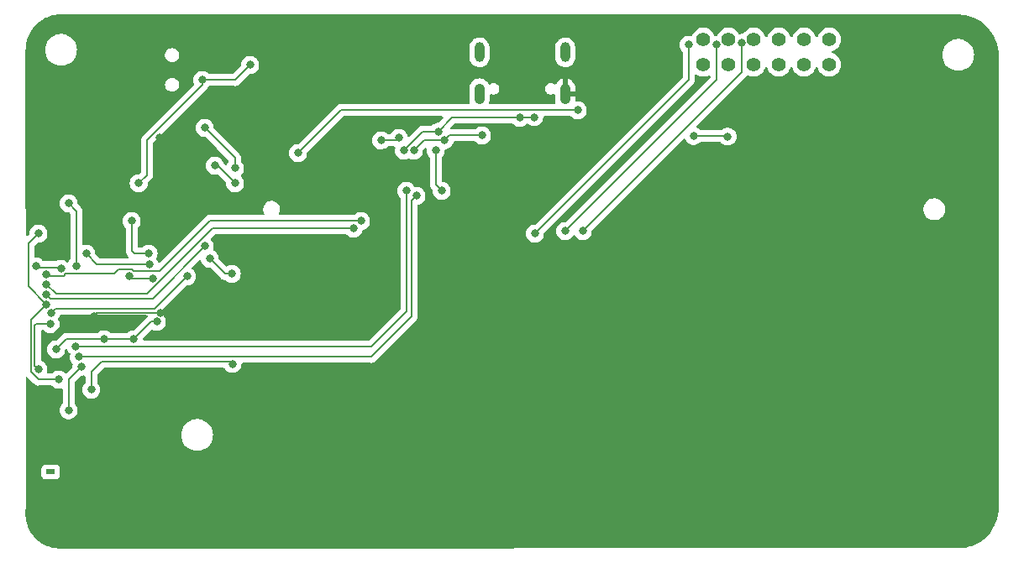
<source format=gbr>
%TF.GenerationSoftware,KiCad,Pcbnew,7.0.2*%
%TF.CreationDate,2023-06-20T04:31:58+02:00*%
%TF.ProjectId,SenseU_Mainboard,53656e73-6555-45f4-9d61-696e626f6172,rev?*%
%TF.SameCoordinates,Original*%
%TF.FileFunction,Copper,L2,Bot*%
%TF.FilePolarity,Positive*%
%FSLAX46Y46*%
G04 Gerber Fmt 4.6, Leading zero omitted, Abs format (unit mm)*
G04 Created by KiCad (PCBNEW 7.0.2) date 2023-06-20 04:31:58*
%MOMM*%
%LPD*%
G01*
G04 APERTURE LIST*
%TA.AperFunction,ComponentPad*%
%ADD10R,0.900000X0.500000*%
%TD*%
%TA.AperFunction,ComponentPad*%
%ADD11C,1.397000*%
%TD*%
%TA.AperFunction,ComponentPad*%
%ADD12O,1.050000X2.100000*%
%TD*%
%TA.AperFunction,ComponentPad*%
%ADD13O,1.000000X2.000000*%
%TD*%
%TA.AperFunction,ViaPad*%
%ADD14C,0.800000*%
%TD*%
%TA.AperFunction,Conductor*%
%ADD15C,0.200000*%
%TD*%
G04 APERTURE END LIST*
D10*
%TO.P,AE1,2*%
%TO.N,N/C*%
X99014000Y-138599000D03*
%TD*%
D11*
%TO.P,J3,A1,A1*%
%TO.N,VDD*%
X177495200Y-94970600D03*
%TO.P,J3,A2,A2*%
%TO.N,/MCU & Comms/FPGA/PDM-2*%
X174955200Y-94970600D03*
%TO.P,J3,A3,A3*%
%TO.N,/MCU & Comms/FPGA/PDM-4*%
X172415200Y-94970600D03*
%TO.P,J3,A4,A4*%
%TO.N,/MCU & Comms/FPGA/PDM-6*%
X169875200Y-94970600D03*
%TO.P,J3,A5,A5*%
%TO.N,/MCU & Comms/FPGA/PDM-8*%
X167335200Y-94970600D03*
%TO.P,J3,A6,A6*%
%TO.N,/MCU & Comms/FPGA/CLK*%
X164795200Y-94970600D03*
%TO.P,J3,B1,B1*%
%TO.N,/MCU & Comms/FPGA/PDM-9*%
X177495200Y-97510600D03*
%TO.P,J3,B2,B2*%
%TO.N,/MCU & Comms/FPGA/PDM-7*%
X174955200Y-97510600D03*
%TO.P,J3,B3,B3*%
%TO.N,/MCU & Comms/FPGA/PDM-5*%
X172415200Y-97510600D03*
%TO.P,J3,B4,B4*%
%TO.N,/MCU & Comms/FPGA/PDM-3*%
X169875200Y-97510600D03*
%TO.P,J3,B5,B5*%
%TO.N,/MCU & Comms/FPGA/PDM-1*%
X167335200Y-97510600D03*
%TO.P,J3,B6,B6*%
%TO.N,GND*%
X164795200Y-97510600D03*
%TD*%
D12*
%TO.P,J1,S1,SHIELD*%
%TO.N,GND*%
X150878000Y-100446000D03*
D13*
%TO.P,J1,S2*%
%TO.N,N/C*%
X150878000Y-96266000D03*
%TO.P,J1,S3*%
X142238000Y-96266000D03*
D12*
%TO.P,J1,S4*%
X142238000Y-100446000D03*
%TD*%
D14*
%TO.N,VBUS*%
X117285500Y-118618000D03*
X103120923Y-130303189D03*
X115062000Y-117094000D03*
X117348000Y-127699500D03*
X115570000Y-107696000D03*
X117602000Y-109474000D03*
%TO.N,GND*%
X152146000Y-136398000D03*
X140462000Y-131064000D03*
X99602231Y-114947390D03*
X161290000Y-118364000D03*
X167386000Y-118618000D03*
X157988000Y-101092000D03*
X177038000Y-118618000D03*
X178816000Y-114046000D03*
X182372000Y-114046000D03*
X128778000Y-97028000D03*
X101346000Y-108712000D03*
X151188872Y-109669128D03*
X175006000Y-118618000D03*
X165100000Y-136398000D03*
X104902000Y-108204000D03*
X127508000Y-136906000D03*
X136398000Y-97028000D03*
X112776000Y-109157500D03*
X167386000Y-114046000D03*
X110113517Y-122521839D03*
X103378000Y-122873500D03*
X175260000Y-114046000D03*
X107442000Y-105918000D03*
X137668000Y-103124000D03*
X120396000Y-105410000D03*
X140462000Y-143002000D03*
X102362000Y-110998000D03*
X107442000Y-103378000D03*
X147828000Y-104648000D03*
X110998000Y-114808000D03*
X175768000Y-131318000D03*
X108337107Y-114999500D03*
X178562000Y-109982000D03*
X156464000Y-118364000D03*
X165354000Y-143002000D03*
X108458000Y-112268000D03*
X112522000Y-106934000D03*
X98806000Y-125222000D03*
X109977766Y-104897881D03*
X140462000Y-136652000D03*
X176022000Y-136398000D03*
X125984000Y-106172000D03*
X182372000Y-118618000D03*
X169646256Y-109605002D03*
X107188000Y-100838000D03*
X127508000Y-143002000D03*
X130048000Y-105156000D03*
X182118000Y-109982000D03*
X180340000Y-109982000D03*
X115316000Y-119634000D03*
X115824000Y-123698000D03*
X158750000Y-109790500D03*
X132334000Y-97028000D03*
X144780000Y-110236000D03*
X115316000Y-129794000D03*
X152400000Y-143002000D03*
X152146000Y-131318000D03*
X132589964Y-106411222D03*
X176022000Y-143002000D03*
X161036000Y-114046000D03*
X174244000Y-109220000D03*
X156718000Y-114554000D03*
X176784000Y-109982000D03*
X127508000Y-130810000D03*
X138430000Y-111760000D03*
X178816000Y-118618000D03*
X113792000Y-120650000D03*
X164846000Y-131318000D03*
%TO.N,BATT+*%
X107891500Y-109474000D03*
X119126000Y-97536000D03*
X114300000Y-99060000D03*
%TO.N,Net-(U3-V3)*%
X134112000Y-104902000D03*
X132334000Y-105156000D03*
%TO.N,VDD*%
X107379500Y-125222000D03*
X109335307Y-119063500D03*
X99568000Y-126238000D03*
X123952000Y-106426000D03*
X152146000Y-102108000D03*
X104394000Y-125222000D03*
X106934000Y-118872000D03*
X117602000Y-107950000D03*
X114554000Y-103886000D03*
X109728000Y-123444000D03*
%TO.N,Net-(U4-DEC4)*%
X108966000Y-117664500D03*
X102616000Y-116586000D03*
%TO.N,Charge Fault*%
X114554000Y-115824000D03*
X98608717Y-120694247D03*
%TO.N,Charge Status*%
X112772923Y-118873189D03*
X99049562Y-122591651D03*
%TO.N,Net-(F2-Pad1)*%
X97536000Y-117856000D03*
X100073991Y-118116158D03*
%TO.N,Net-(U2-SW)*%
X107188000Y-113284000D03*
X108890500Y-116586000D03*
%TO.N,Net-(U4-DCC)*%
X100838000Y-111506000D03*
X101613246Y-117819000D03*
%TO.N,/MCU & Comms/MicroController/IO 3*%
X97790000Y-114554000D03*
X99822000Y-129286000D03*
X98610500Y-121693748D03*
%TO.N,/MCU & Comms/MicroController/RST*%
X102123465Y-128000535D03*
X100838000Y-132380500D03*
%TO.N,/MCU & Comms/MicroController/IO 5*%
X97790000Y-128270000D03*
X99028812Y-123693445D03*
%TO.N,/MCU & Comms/SDA*%
X98610500Y-118649743D03*
X130302000Y-113284000D03*
%TO.N,/MCU & Comms/SCL*%
X98551198Y-119647485D03*
X129540000Y-114046000D03*
%TO.N,DATA-*%
X134874000Y-110236000D03*
X138075036Y-104246403D03*
X147752500Y-102817582D03*
X146304000Y-102870000D03*
X101537500Y-125921500D03*
X134620000Y-106172000D03*
%TO.N,DATA+*%
X101854000Y-127000000D03*
X135890000Y-110744000D03*
X138738887Y-105123606D03*
X135636000Y-106172000D03*
X142494000Y-104648000D03*
%TO.N,/MCU & Comms/FPGA/PDM-6*%
X168656000Y-95312500D03*
X152654000Y-114300000D03*
%TO.N,/MCU & Comms/FPGA/PDM-8*%
X150876000Y-114300000D03*
X166116000Y-95504000D03*
%TO.N,/MCU & Comms/FPGA/CLK*%
X147828000Y-114554000D03*
X163322000Y-95504000D03*
%TO.N,/MCU & Comms/FPGA/PDM-5*%
X167245622Y-104761622D03*
X163830000Y-104710500D03*
%TO.N,/MCU & Comms/UART_TX*%
X138430000Y-110236000D03*
X137835500Y-106172000D03*
%TD*%
D15*
%TO.N,VBUS*%
X104140000Y-127508000D02*
X117156500Y-127508000D01*
X117602000Y-109474000D02*
X115824000Y-107696000D01*
X117156500Y-127508000D02*
X117348000Y-127699500D01*
X115824000Y-107696000D02*
X115570000Y-107696000D01*
X117285500Y-118618000D02*
X116586000Y-118618000D01*
X103120923Y-130303189D02*
X103120923Y-128527077D01*
X103120923Y-128527077D02*
X104140000Y-127508000D01*
X116586000Y-118618000D02*
X115062000Y-117094000D01*
%TO.N,GND*%
X110061356Y-122574000D02*
X103677500Y-122574000D01*
X102362000Y-109728000D02*
X102362000Y-110998000D01*
X108337107Y-113596393D02*
X112776000Y-109157500D01*
X101346000Y-108712000D02*
X102362000Y-109728000D01*
X115316000Y-123190000D02*
X115824000Y-123698000D01*
X103677500Y-122574000D02*
X103378000Y-122873500D01*
X110113517Y-122521839D02*
X110061356Y-122574000D01*
X158750000Y-112522000D02*
X156718000Y-114554000D01*
X169646256Y-109605002D02*
X173858998Y-109605002D01*
X158750000Y-109790500D02*
X158750000Y-112522000D01*
X108337107Y-114999500D02*
X108337107Y-113596393D01*
X111920161Y-122521839D02*
X110113517Y-122521839D01*
X151188872Y-109669128D02*
X151188872Y-108008872D01*
X151188872Y-108008872D02*
X147828000Y-104648000D01*
X98806000Y-125222000D02*
X101154500Y-122873500D01*
X112776000Y-109157500D02*
X109977766Y-106359266D01*
X109977766Y-106359266D02*
X109977766Y-104897881D01*
X113792000Y-120650000D02*
X111920161Y-122521839D01*
X115316000Y-119634000D02*
X115316000Y-123190000D01*
X173858998Y-109605002D02*
X174244000Y-109220000D01*
X101154500Y-122873500D02*
X103378000Y-122873500D01*
%TO.N,BATT+*%
X114300000Y-99060000D02*
X117602000Y-99060000D01*
X107891500Y-109474000D02*
X108712000Y-108653500D01*
X117602000Y-99060000D02*
X119126000Y-97536000D01*
X108712000Y-105156000D02*
X114300000Y-99568000D01*
X114300000Y-99568000D02*
X114300000Y-99060000D01*
X108712000Y-108653500D02*
X108712000Y-105156000D01*
%TO.N,Net-(U3-V3)*%
X132334000Y-105156000D02*
X133858000Y-105156000D01*
X133858000Y-105156000D02*
X134112000Y-104902000D01*
%TO.N,VDD*%
X109157500Y-123444000D02*
X107379500Y-125222000D01*
X107379500Y-125222000D02*
X104394000Y-125222000D01*
X117602000Y-107950000D02*
X117602000Y-106934000D01*
X100584000Y-125222000D02*
X104394000Y-125222000D01*
X107188000Y-119126000D02*
X106934000Y-118872000D01*
X109272807Y-119126000D02*
X107188000Y-119126000D01*
X128270000Y-102108000D02*
X123952000Y-106426000D01*
X117602000Y-106934000D02*
X114554000Y-103886000D01*
X152146000Y-102108000D02*
X128270000Y-102108000D01*
X109335307Y-119063500D02*
X109272807Y-119126000D01*
X99568000Y-126238000D02*
X100584000Y-125222000D01*
X109728000Y-123444000D02*
X109157500Y-123444000D01*
%TO.N,Net-(U4-DEC4)*%
X108966000Y-117664500D02*
X103694500Y-117664500D01*
X103694500Y-117664500D02*
X102616000Y-116586000D01*
%TO.N,Charge Fault*%
X98608717Y-120694247D02*
X99003042Y-121088572D01*
X109289428Y-121088572D02*
X114554000Y-115824000D01*
X99003042Y-121088572D02*
X109289428Y-121088572D01*
%TO.N,Charge Status*%
X99049562Y-122591651D02*
X99467213Y-122174000D01*
X109472112Y-122174000D02*
X112772923Y-118873189D01*
X99467213Y-122174000D02*
X109472112Y-122174000D01*
%TO.N,Net-(F2-Pad1)*%
X97629743Y-117949743D02*
X97536000Y-117856000D01*
X99907576Y-117949743D02*
X97629743Y-117949743D01*
X100073991Y-118116158D02*
X99907576Y-117949743D01*
%TO.N,Net-(U2-SW)*%
X108890500Y-116586000D02*
X107442000Y-116586000D01*
X107442000Y-116586000D02*
X107188000Y-116332000D01*
X107188000Y-116332000D02*
X107188000Y-113284000D01*
%TO.N,Net-(U4-DCC)*%
X101613246Y-117819000D02*
X101613246Y-112281246D01*
X101613246Y-112281246D02*
X100838000Y-111506000D01*
%TO.N,/MCU & Comms/MicroController/IO 3*%
X98610500Y-121693748D02*
X97028000Y-123276248D01*
X97790000Y-129286000D02*
X99822000Y-129286000D01*
X97028000Y-128524000D02*
X97028000Y-123276248D01*
X98610500Y-121693748D02*
X96774000Y-119857248D01*
X96774000Y-119857248D02*
X96774000Y-115570000D01*
X97790000Y-129286000D02*
X97028000Y-128524000D01*
X96774000Y-115570000D02*
X97790000Y-114554000D01*
%TO.N,/MCU & Comms/MicroController/RST*%
X102123465Y-128000535D02*
X100838000Y-129286000D01*
X100838000Y-129286000D02*
X100838000Y-132380500D01*
%TO.N,/MCU & Comms/MicroController/IO 5*%
X97428000Y-123806000D02*
X97428000Y-127908000D01*
X99028812Y-123693445D02*
X97540555Y-123693445D01*
X97428000Y-127908000D02*
X97790000Y-128270000D01*
X97540555Y-123693445D02*
X97428000Y-123806000D01*
%TO.N,/MCU & Comms/SDA*%
X107223950Y-118172000D02*
X107415950Y-118364000D01*
X98610500Y-118649743D02*
X98776915Y-118816158D01*
X98776915Y-118816158D02*
X100363941Y-118816158D01*
X115062000Y-113284000D02*
X130302000Y-113284000D01*
X109982000Y-118364000D02*
X115062000Y-113284000D01*
X107415950Y-118364000D02*
X109982000Y-118364000D01*
X105410000Y-118618000D02*
X105856000Y-118172000D01*
X100363941Y-118816158D02*
X100562099Y-118618000D01*
X100562099Y-118618000D02*
X105410000Y-118618000D01*
X105856000Y-118172000D02*
X107223950Y-118172000D01*
%TO.N,/MCU & Comms/SCL*%
X115316000Y-114046000D02*
X129540000Y-114046000D01*
X114264050Y-115124000D02*
X114264050Y-115097950D01*
X108738050Y-120650000D02*
X114264050Y-115124000D01*
X114264050Y-115097950D02*
X115316000Y-114046000D01*
X99553713Y-120650000D02*
X108738050Y-120650000D01*
X98551198Y-119647485D02*
X99553713Y-120650000D01*
%TO.N,DATA-*%
X134874000Y-122428000D02*
X134874000Y-110236000D01*
X122236500Y-125921500D02*
X122299000Y-125984000D01*
X146304000Y-102870000D02*
X147700082Y-102870000D01*
X138075036Y-104246403D02*
X139451439Y-102870000D01*
X131318000Y-125984000D02*
X134874000Y-122428000D01*
X122299000Y-125984000D02*
X131318000Y-125984000D01*
X138075036Y-104246403D02*
X136545597Y-104246403D01*
X101537500Y-125921500D02*
X122236500Y-125921500D01*
X136545597Y-104246403D02*
X134620000Y-106172000D01*
X139451439Y-102870000D02*
X146304000Y-102870000D01*
X147700082Y-102870000D02*
X147752500Y-102817582D01*
%TO.N,DATA+*%
X135382000Y-122936000D02*
X135382000Y-112268000D01*
X136684394Y-105123606D02*
X135636000Y-106172000D01*
X139214493Y-104648000D02*
X138738887Y-105123606D01*
X138738887Y-105123606D02*
X136684394Y-105123606D01*
X101854000Y-127000000D02*
X131318000Y-127000000D01*
X135382000Y-112268000D02*
X135382000Y-111252000D01*
X135382000Y-111252000D02*
X135890000Y-110744000D01*
X131318000Y-127000000D02*
X135382000Y-122936000D01*
X142494000Y-104648000D02*
X139214493Y-104648000D01*
%TO.N,/MCU & Comms/FPGA/PDM-6*%
X152654000Y-114300000D02*
X168656000Y-98298000D01*
X168656000Y-98298000D02*
X168656000Y-95312500D01*
%TO.N,/MCU & Comms/FPGA/PDM-8*%
X150876000Y-114300000D02*
X166116000Y-99060000D01*
X166116000Y-99060000D02*
X166116000Y-95504000D01*
%TO.N,/MCU & Comms/FPGA/CLK*%
X163322000Y-99060000D02*
X163322000Y-95504000D01*
X147828000Y-114554000D02*
X163322000Y-99060000D01*
%TO.N,/MCU & Comms/FPGA/PDM-5*%
X163830000Y-104710500D02*
X167194500Y-104710500D01*
X167194500Y-104710500D02*
X167245622Y-104761622D01*
%TO.N,/MCU & Comms/UART_TX*%
X137835500Y-109641500D02*
X137835500Y-106172000D01*
X138430000Y-110236000D02*
X137835500Y-109641500D01*
%TD*%
%TA.AperFunction,Conductor*%
%TO.N,GND*%
G36*
X190447257Y-92455583D02*
G01*
X190450375Y-92456500D01*
X190497129Y-92456500D01*
X190502855Y-92456632D01*
X190672804Y-92464489D01*
X190875892Y-92474466D01*
X190886874Y-92475499D01*
X191071445Y-92501246D01*
X191215413Y-92522602D01*
X191259376Y-92529124D01*
X191269553Y-92531072D01*
X191453898Y-92574429D01*
X191635909Y-92620020D01*
X191645170Y-92622729D01*
X191707866Y-92643742D01*
X191824977Y-92682994D01*
X191827134Y-92683741D01*
X192002082Y-92746339D01*
X192010315Y-92749624D01*
X192184299Y-92826446D01*
X192187100Y-92827726D01*
X192354483Y-92906892D01*
X192361793Y-92910652D01*
X192528203Y-93003342D01*
X192531547Y-93005274D01*
X192690026Y-93100262D01*
X192696292Y-93104281D01*
X192853642Y-93212068D01*
X192857419Y-93214762D01*
X193005593Y-93324657D01*
X193010943Y-93328856D01*
X193157704Y-93450724D01*
X193161760Y-93454244D01*
X193298406Y-93578092D01*
X193302814Y-93582289D01*
X193437709Y-93717184D01*
X193441906Y-93721592D01*
X193565754Y-93858238D01*
X193569274Y-93862294D01*
X193691142Y-94009055D01*
X193695341Y-94014405D01*
X193805236Y-94162579D01*
X193807939Y-94166369D01*
X193887965Y-94283193D01*
X193915700Y-94323680D01*
X193919747Y-94329990D01*
X193977483Y-94426317D01*
X194014700Y-94488410D01*
X194016670Y-94491819D01*
X194109343Y-94658199D01*
X194113109Y-94665521D01*
X194192250Y-94832850D01*
X194193584Y-94835771D01*
X194270363Y-95009656D01*
X194273673Y-95017951D01*
X194336215Y-95192743D01*
X194337036Y-95195112D01*
X194397268Y-95374823D01*
X194399980Y-95384099D01*
X194445582Y-95566151D01*
X194488924Y-95750433D01*
X194490874Y-95760619D01*
X194518755Y-95948572D01*
X194544495Y-96133093D01*
X194545535Y-96144138D01*
X194555511Y-96347213D01*
X194563368Y-96517156D01*
X194563500Y-96522855D01*
X194573324Y-142238885D01*
X194573192Y-142244638D01*
X194565685Y-142407042D01*
X194555284Y-142618200D01*
X194554245Y-142629229D01*
X194529427Y-142807160D01*
X194500559Y-143001772D01*
X194498609Y-143011964D01*
X194456249Y-143192074D01*
X194409599Y-143378315D01*
X194406889Y-143387583D01*
X194347692Y-143564206D01*
X194346872Y-143566575D01*
X194283218Y-143744480D01*
X194279901Y-143752791D01*
X194204211Y-143924216D01*
X194202871Y-143927147D01*
X194122564Y-144096946D01*
X194118798Y-144104268D01*
X194027318Y-144268508D01*
X194025348Y-144271918D01*
X193929089Y-144432519D01*
X193925030Y-144438847D01*
X193818583Y-144594243D01*
X193815881Y-144598033D01*
X193704566Y-144748125D01*
X193700366Y-144753476D01*
X193579880Y-144898573D01*
X193576361Y-144902629D01*
X193450985Y-145040962D01*
X193446788Y-145045369D01*
X193313412Y-145178748D01*
X193309004Y-145182946D01*
X193170662Y-145308333D01*
X193166606Y-145311852D01*
X193021517Y-145432334D01*
X193016167Y-145436534D01*
X192866095Y-145547837D01*
X192862305Y-145550539D01*
X192706877Y-145657011D01*
X192700548Y-145661070D01*
X192539979Y-145757312D01*
X192536570Y-145759283D01*
X192372315Y-145850774D01*
X192364993Y-145854539D01*
X192195175Y-145934859D01*
X192192244Y-145936199D01*
X192020847Y-146011879D01*
X192012535Y-146015196D01*
X191834615Y-146078858D01*
X191832247Y-146079679D01*
X191655657Y-146138867D01*
X191646381Y-146141578D01*
X191460098Y-146188242D01*
X191280008Y-146230600D01*
X191269821Y-146232550D01*
X191075191Y-146261422D01*
X190897321Y-146286234D01*
X190886278Y-146287274D01*
X190664396Y-146298177D01*
X190513802Y-146305140D01*
X190508124Y-146305272D01*
X100167023Y-146340998D01*
X100162927Y-146339797D01*
X100119090Y-146340939D01*
X100113017Y-146340948D01*
X99958872Y-146337410D01*
X99753510Y-146332042D01*
X99741264Y-146331113D01*
X99566832Y-146309156D01*
X99382668Y-146284179D01*
X99371372Y-146282109D01*
X99196093Y-146241533D01*
X99121469Y-146222997D01*
X99018962Y-146197535D01*
X99008713Y-146194514D01*
X98837983Y-146136081D01*
X98835369Y-146135154D01*
X98666449Y-146073086D01*
X98657296Y-146069301D01*
X98570715Y-146029381D01*
X98492640Y-145993382D01*
X98489488Y-145991874D01*
X98416510Y-145955646D01*
X98329026Y-145912215D01*
X98321019Y-145907866D01*
X98164606Y-145815317D01*
X98160894Y-145813032D01*
X98010439Y-145716712D01*
X98003586Y-145711993D01*
X97857213Y-145603792D01*
X97853149Y-145600655D01*
X97714212Y-145488737D01*
X97708515Y-145483855D01*
X97573833Y-145361166D01*
X97569537Y-145357059D01*
X97443687Y-145230864D01*
X97439061Y-145225967D01*
X97384479Y-145164939D01*
X97317570Y-145090127D01*
X97313217Y-145084985D01*
X97201798Y-144945888D01*
X97198195Y-144941163D01*
X97091238Y-144793675D01*
X97087005Y-144787448D01*
X96991230Y-144636936D01*
X96988556Y-144632533D01*
X96897321Y-144475077D01*
X96893393Y-144467742D01*
X96814374Y-144307466D01*
X96812538Y-144303569D01*
X96737941Y-144137814D01*
X96734523Y-144129406D01*
X96673188Y-143961057D01*
X96672045Y-143957775D01*
X96614894Y-143785675D01*
X96612153Y-143776165D01*
X96604375Y-143744480D01*
X96569247Y-143601386D01*
X96568644Y-143598806D01*
X96529525Y-143422506D01*
X96527667Y-143412009D01*
X96503641Y-143231144D01*
X96482789Y-143052319D01*
X96481996Y-143040953D01*
X96477647Y-142855183D01*
X96475216Y-142679312D01*
X96475653Y-142667089D01*
X96493071Y-142463270D01*
X96505907Y-142318529D01*
X96508945Y-142302837D01*
X96509661Y-142291347D01*
X96511112Y-142283365D01*
X96507983Y-142276163D01*
X96507027Y-142260827D01*
X96507022Y-142241272D01*
X96506149Y-138893578D01*
X98063500Y-138893578D01*
X98063501Y-138896872D01*
X98069909Y-138956483D01*
X98120204Y-139091331D01*
X98206454Y-139206546D01*
X98321669Y-139292796D01*
X98456517Y-139343091D01*
X98516127Y-139349500D01*
X99511872Y-139349499D01*
X99571483Y-139343091D01*
X99706331Y-139292796D01*
X99821546Y-139206546D01*
X99907796Y-139091331D01*
X99958091Y-138956483D01*
X99964500Y-138896873D01*
X99964499Y-138301128D01*
X99958091Y-138241517D01*
X99907796Y-138106669D01*
X99821546Y-137991454D01*
X99706331Y-137905204D01*
X99571483Y-137854909D01*
X99511873Y-137848500D01*
X99508550Y-137848500D01*
X98519439Y-137848500D01*
X98519420Y-137848500D01*
X98516128Y-137848501D01*
X98512848Y-137848853D01*
X98512840Y-137848854D01*
X98456515Y-137854909D01*
X98321669Y-137905204D01*
X98206454Y-137991454D01*
X98120204Y-138106668D01*
X98069910Y-138241515D01*
X98069909Y-138241517D01*
X98063500Y-138301127D01*
X98063500Y-138304448D01*
X98063500Y-138304449D01*
X98063500Y-138893560D01*
X98063500Y-138893578D01*
X96506149Y-138893578D01*
X96505101Y-134874000D01*
X112186551Y-134874000D01*
X112206317Y-135125149D01*
X112265126Y-135370110D01*
X112313330Y-135486484D01*
X112361534Y-135602859D01*
X112493164Y-135817659D01*
X112656776Y-136009224D01*
X112848341Y-136172836D01*
X113063141Y-136304466D01*
X113295889Y-136400873D01*
X113540852Y-136459683D01*
X113729118Y-136474500D01*
X113731563Y-136474500D01*
X113852437Y-136474500D01*
X113854882Y-136474500D01*
X114043148Y-136459683D01*
X114288111Y-136400873D01*
X114520859Y-136304466D01*
X114735659Y-136172836D01*
X114927224Y-136009224D01*
X115090836Y-135817659D01*
X115222466Y-135602859D01*
X115318873Y-135370111D01*
X115377683Y-135125148D01*
X115397449Y-134874000D01*
X115377683Y-134622852D01*
X115318873Y-134377889D01*
X115222466Y-134145141D01*
X115090836Y-133930341D01*
X114927224Y-133738776D01*
X114735659Y-133575164D01*
X114520859Y-133443534D01*
X114404484Y-133395330D01*
X114288110Y-133347126D01*
X114043149Y-133288317D01*
X113857316Y-133273691D01*
X113857301Y-133273690D01*
X113854882Y-133273500D01*
X113729118Y-133273500D01*
X113726699Y-133273690D01*
X113726683Y-133273691D01*
X113540850Y-133288317D01*
X113295889Y-133347126D01*
X113063139Y-133443535D01*
X112848342Y-133575163D01*
X112656776Y-133738776D01*
X112493163Y-133930342D01*
X112361535Y-134145139D01*
X112265126Y-134377889D01*
X112206317Y-134622850D01*
X112186551Y-134874000D01*
X96505101Y-134874000D01*
X96503609Y-129148235D01*
X96523276Y-129081194D01*
X96576068Y-129035425D01*
X96645224Y-129025464D01*
X96708787Y-129054472D01*
X96715290Y-129060525D01*
X97331799Y-129677034D01*
X97342494Y-129689229D01*
X97361717Y-129714282D01*
X97435598Y-129770972D01*
X97487159Y-129810536D01*
X97633238Y-129871044D01*
X97758698Y-129887561D01*
X97789999Y-129891682D01*
X97789999Y-129891681D01*
X97790000Y-129891682D01*
X97821302Y-129887560D01*
X97837487Y-129886500D01*
X99095741Y-129886500D01*
X99162780Y-129906185D01*
X99187890Y-129927527D01*
X99216128Y-129958888D01*
X99369269Y-130070151D01*
X99542197Y-130147144D01*
X99727352Y-130186500D01*
X99727354Y-130186500D01*
X99916648Y-130186500D01*
X100087719Y-130150138D01*
X100157386Y-130155454D01*
X100213120Y-130197591D01*
X100237225Y-130263171D01*
X100237500Y-130271428D01*
X100237500Y-131654047D01*
X100217815Y-131721086D01*
X100205650Y-131737019D01*
X100105466Y-131848283D01*
X100010820Y-132012215D01*
X99952326Y-132192242D01*
X99932540Y-132380500D01*
X99952326Y-132568757D01*
X100010820Y-132748784D01*
X100105466Y-132912716D01*
X100232129Y-133053389D01*
X100385269Y-133164651D01*
X100558197Y-133241644D01*
X100743352Y-133281000D01*
X100743354Y-133281000D01*
X100932648Y-133281000D01*
X101056083Y-133254762D01*
X101117803Y-133241644D01*
X101290730Y-133164651D01*
X101443871Y-133053388D01*
X101570533Y-132912716D01*
X101665179Y-132748784D01*
X101723674Y-132568756D01*
X101743460Y-132380500D01*
X101723674Y-132192244D01*
X101665179Y-132012216D01*
X101665179Y-132012215D01*
X101570533Y-131848283D01*
X101470350Y-131737019D01*
X101440120Y-131674028D01*
X101438500Y-131654047D01*
X101438500Y-129586096D01*
X101458185Y-129519057D01*
X101474814Y-129498420D01*
X102035880Y-128937354D01*
X102097204Y-128903869D01*
X102123562Y-128901035D01*
X102218113Y-128901035D01*
X102370642Y-128868614D01*
X102440309Y-128873930D01*
X102496043Y-128916067D01*
X102520148Y-128981647D01*
X102520423Y-128989904D01*
X102520423Y-129576736D01*
X102500738Y-129643775D01*
X102488573Y-129659708D01*
X102388389Y-129770972D01*
X102293743Y-129934904D01*
X102235249Y-130114931D01*
X102215463Y-130303188D01*
X102235249Y-130491446D01*
X102293743Y-130671473D01*
X102388389Y-130835405D01*
X102515052Y-130976078D01*
X102668192Y-131087340D01*
X102841120Y-131164333D01*
X103026275Y-131203689D01*
X103026277Y-131203689D01*
X103215571Y-131203689D01*
X103339007Y-131177451D01*
X103400726Y-131164333D01*
X103573653Y-131087340D01*
X103726794Y-130976077D01*
X103853456Y-130835405D01*
X103948102Y-130671473D01*
X104006597Y-130491445D01*
X104026383Y-130303189D01*
X104006597Y-130114933D01*
X103948102Y-129934905D01*
X103948102Y-129934904D01*
X103853456Y-129770972D01*
X103753273Y-129659708D01*
X103723043Y-129596717D01*
X103721423Y-129576736D01*
X103721423Y-128827173D01*
X103741108Y-128760134D01*
X103757742Y-128739492D01*
X104352416Y-128144819D01*
X104413739Y-128111334D01*
X104440097Y-128108500D01*
X116472737Y-128108500D01*
X116539776Y-128128185D01*
X116580123Y-128170499D01*
X116598145Y-128201715D01*
X116615467Y-128231717D01*
X116742129Y-128372389D01*
X116895269Y-128483651D01*
X117068197Y-128560644D01*
X117253352Y-128600000D01*
X117253354Y-128600000D01*
X117442648Y-128600000D01*
X117615020Y-128563361D01*
X117627803Y-128560644D01*
X117800730Y-128483651D01*
X117953871Y-128372388D01*
X118080533Y-128231716D01*
X118175179Y-128067784D01*
X118233674Y-127887756D01*
X118252194Y-127711536D01*
X118278778Y-127646924D01*
X118336076Y-127606939D01*
X118375515Y-127600500D01*
X131270513Y-127600500D01*
X131286697Y-127601560D01*
X131318000Y-127605682D01*
X131474762Y-127585044D01*
X131620841Y-127524536D01*
X131746282Y-127428282D01*
X131765509Y-127403223D01*
X131776190Y-127391043D01*
X135773043Y-123394190D01*
X135785223Y-123383509D01*
X135810282Y-123364282D01*
X135906536Y-123238841D01*
X135967044Y-123092762D01*
X135982500Y-122975361D01*
X135987682Y-122936000D01*
X135985505Y-122919464D01*
X135983561Y-122904696D01*
X135982500Y-122888511D01*
X135982500Y-114554000D01*
X146922540Y-114554000D01*
X146923902Y-114566961D01*
X146942326Y-114742257D01*
X147000820Y-114922284D01*
X147095466Y-115086216D01*
X147222129Y-115226889D01*
X147375269Y-115338151D01*
X147548197Y-115415144D01*
X147733352Y-115454500D01*
X147733354Y-115454500D01*
X147922648Y-115454500D01*
X148046083Y-115428262D01*
X148107803Y-115415144D01*
X148280730Y-115338151D01*
X148344550Y-115291783D01*
X148433870Y-115226889D01*
X148560533Y-115086216D01*
X148655179Y-114922284D01*
X148700357Y-114783241D01*
X148713674Y-114742256D01*
X148733460Y-114554000D01*
X148733459Y-114553998D01*
X148734822Y-114541038D01*
X148738056Y-114541377D01*
X148746858Y-114493222D01*
X148769931Y-114461302D01*
X163713043Y-99518190D01*
X163725223Y-99507509D01*
X163750282Y-99488282D01*
X163846536Y-99362841D01*
X163907044Y-99216762D01*
X163922500Y-99099361D01*
X163927682Y-99060000D01*
X163923558Y-99028680D01*
X163922500Y-99012526D01*
X163922500Y-98602505D01*
X163942184Y-98535470D01*
X163994988Y-98489715D01*
X164064146Y-98479771D01*
X164111776Y-98497082D01*
X164258690Y-98588047D01*
X164465810Y-98668285D01*
X164684145Y-98709100D01*
X164906255Y-98709100D01*
X165124589Y-98668285D01*
X165342420Y-98583898D01*
X165343500Y-98586686D01*
X165393565Y-98572888D01*
X165460267Y-98593687D01*
X165505136Y-98647246D01*
X165515499Y-98696869D01*
X165515500Y-98759901D01*
X165495817Y-98826941D01*
X165479181Y-98847584D01*
X150963584Y-113363181D01*
X150902261Y-113396666D01*
X150875903Y-113399500D01*
X150781352Y-113399500D01*
X150596197Y-113438855D01*
X150423269Y-113515848D01*
X150270129Y-113627110D01*
X150143466Y-113767783D01*
X150048820Y-113931715D01*
X149990326Y-114111742D01*
X149970540Y-114299999D01*
X149990326Y-114488257D01*
X150048820Y-114668284D01*
X150143466Y-114832216D01*
X150270129Y-114972889D01*
X150423269Y-115084151D01*
X150596197Y-115161144D01*
X150781352Y-115200500D01*
X150781354Y-115200500D01*
X150970648Y-115200500D01*
X151094084Y-115174262D01*
X151155803Y-115161144D01*
X151328730Y-115084151D01*
X151481871Y-114972888D01*
X151608533Y-114832216D01*
X151636809Y-114783241D01*
X151657613Y-114747207D01*
X151708179Y-114698992D01*
X151776786Y-114685768D01*
X151841651Y-114711736D01*
X151872387Y-114747207D01*
X151921466Y-114832216D01*
X152048129Y-114972889D01*
X152201269Y-115084151D01*
X152374197Y-115161144D01*
X152559352Y-115200500D01*
X152559354Y-115200500D01*
X152748648Y-115200500D01*
X152872083Y-115174262D01*
X152933803Y-115161144D01*
X153106730Y-115084151D01*
X153259871Y-114972888D01*
X153386533Y-114832216D01*
X153481179Y-114668284D01*
X153539674Y-114488256D01*
X153559460Y-114300000D01*
X153559459Y-114299998D01*
X153560822Y-114287038D01*
X153564056Y-114287377D01*
X153572858Y-114239222D01*
X153595931Y-114207302D01*
X155750335Y-112052898D01*
X186981746Y-112052898D01*
X186991746Y-112262830D01*
X187021020Y-112383500D01*
X187041297Y-112467080D01*
X187128602Y-112658252D01*
X187238845Y-112813066D01*
X187250514Y-112829452D01*
X187402622Y-112974486D01*
X187474964Y-113020978D01*
X187579425Y-113088112D01*
X187598484Y-113095742D01*
X187774543Y-113166225D01*
X187903233Y-113191028D01*
X187980914Y-113206000D01*
X187980915Y-113206000D01*
X188135471Y-113206000D01*
X188138425Y-113206000D01*
X188141376Y-113205718D01*
X188141380Y-113205718D01*
X188198644Y-113200249D01*
X188295218Y-113191028D01*
X188496875Y-113131816D01*
X188683682Y-113035511D01*
X188848886Y-112905592D01*
X188986519Y-112746756D01*
X189091604Y-112564744D01*
X189160344Y-112366133D01*
X189190254Y-112158102D01*
X189180254Y-111948170D01*
X189130704Y-111743924D01*
X189108022Y-111694257D01*
X189043397Y-111552747D01*
X188921487Y-111381550D01*
X188921486Y-111381548D01*
X188769378Y-111236514D01*
X188737257Y-111215871D01*
X188592574Y-111122887D01*
X188436609Y-111060449D01*
X188397457Y-111044775D01*
X188397456Y-111044774D01*
X188397454Y-111044774D01*
X188191086Y-111005000D01*
X188191085Y-111005000D01*
X188033575Y-111005000D01*
X188030645Y-111005279D01*
X188030619Y-111005281D01*
X187876784Y-111019971D01*
X187675126Y-111079183D01*
X187488315Y-111175490D01*
X187323115Y-111305406D01*
X187185479Y-111464245D01*
X187080396Y-111646254D01*
X187011655Y-111844866D01*
X186992456Y-111978405D01*
X186981746Y-112052898D01*
X155750335Y-112052898D01*
X162791473Y-105011760D01*
X162852794Y-104978277D01*
X162922486Y-104983261D01*
X162978419Y-105025133D01*
X162997083Y-105061125D01*
X163002820Y-105078784D01*
X163097466Y-105242716D01*
X163224129Y-105383389D01*
X163377269Y-105494651D01*
X163550197Y-105571644D01*
X163735352Y-105611000D01*
X163735354Y-105611000D01*
X163924648Y-105611000D01*
X164048084Y-105584762D01*
X164109803Y-105571644D01*
X164282730Y-105494651D01*
X164435871Y-105383388D01*
X164449353Y-105368415D01*
X164464110Y-105352027D01*
X164523597Y-105315379D01*
X164556259Y-105311000D01*
X166473334Y-105311000D01*
X166540373Y-105330685D01*
X166565484Y-105352028D01*
X166639751Y-105434511D01*
X166792891Y-105545773D01*
X166965819Y-105622766D01*
X167150974Y-105662122D01*
X167150976Y-105662122D01*
X167340270Y-105662122D01*
X167463706Y-105635884D01*
X167525425Y-105622766D01*
X167698352Y-105545773D01*
X167776245Y-105489181D01*
X167851492Y-105434511D01*
X167978155Y-105293838D01*
X168072801Y-105129906D01*
X168072801Y-105129905D01*
X168131296Y-104949878D01*
X168151082Y-104761622D01*
X168131296Y-104573366D01*
X168094377Y-104459742D01*
X168072801Y-104393337D01*
X167978155Y-104229405D01*
X167851492Y-104088732D01*
X167698352Y-103977470D01*
X167525424Y-103900477D01*
X167340270Y-103861122D01*
X167340268Y-103861122D01*
X167150976Y-103861122D01*
X167150974Y-103861122D01*
X166965819Y-103900477D01*
X166792891Y-103977470D01*
X166643075Y-104086318D01*
X166577269Y-104109798D01*
X166570190Y-104110000D01*
X164556259Y-104110000D01*
X164489220Y-104090315D01*
X164464110Y-104068973D01*
X164435871Y-104037611D01*
X164282730Y-103926348D01*
X164166735Y-103874703D01*
X164113498Y-103829453D01*
X164093177Y-103762604D01*
X164112222Y-103695380D01*
X164129486Y-103673747D01*
X169047043Y-98756190D01*
X169059223Y-98745509D01*
X169084282Y-98726282D01*
X169169540Y-98615171D01*
X169225967Y-98573969D01*
X169295713Y-98569814D01*
X169333196Y-98585233D01*
X169338470Y-98588499D01*
X169545672Y-98668770D01*
X169764096Y-98709600D01*
X169764098Y-98709600D01*
X169986302Y-98709600D01*
X169986304Y-98709600D01*
X170204728Y-98668770D01*
X170411930Y-98588499D01*
X170600855Y-98471522D01*
X170600854Y-98471522D01*
X170765067Y-98321823D01*
X170850351Y-98208889D01*
X170898978Y-98144496D01*
X170898978Y-98144494D01*
X170898980Y-98144493D01*
X170998024Y-97945584D01*
X171025934Y-97847493D01*
X171063213Y-97788399D01*
X171126523Y-97758842D01*
X171195762Y-97768204D01*
X171248949Y-97813514D01*
X171264466Y-97847493D01*
X171292375Y-97945584D01*
X171391419Y-98144493D01*
X171525332Y-98321823D01*
X171689544Y-98471522D01*
X171792825Y-98535470D01*
X171878470Y-98588499D01*
X172085672Y-98668770D01*
X172304096Y-98709600D01*
X172304098Y-98709600D01*
X172526302Y-98709600D01*
X172526304Y-98709600D01*
X172744728Y-98668770D01*
X172951930Y-98588499D01*
X173140855Y-98471522D01*
X173140855Y-98471521D01*
X173305067Y-98321823D01*
X173390351Y-98208889D01*
X173438978Y-98144496D01*
X173438978Y-98144494D01*
X173438980Y-98144493D01*
X173538024Y-97945584D01*
X173565934Y-97847493D01*
X173603213Y-97788399D01*
X173666523Y-97758842D01*
X173735762Y-97768204D01*
X173788949Y-97813514D01*
X173804466Y-97847493D01*
X173832375Y-97945584D01*
X173931419Y-98144493D01*
X174065332Y-98321823D01*
X174229544Y-98471522D01*
X174332825Y-98535470D01*
X174418470Y-98588499D01*
X174625672Y-98668770D01*
X174844096Y-98709600D01*
X174844098Y-98709600D01*
X175066302Y-98709600D01*
X175066304Y-98709600D01*
X175284728Y-98668770D01*
X175491930Y-98588499D01*
X175680855Y-98471522D01*
X175680854Y-98471521D01*
X175845067Y-98321823D01*
X175930351Y-98208889D01*
X175978978Y-98144496D01*
X175978978Y-98144494D01*
X175978980Y-98144493D01*
X176078024Y-97945584D01*
X176105934Y-97847493D01*
X176143213Y-97788399D01*
X176206523Y-97758842D01*
X176275762Y-97768204D01*
X176328949Y-97813514D01*
X176344466Y-97847493D01*
X176372375Y-97945584D01*
X176471419Y-98144493D01*
X176605332Y-98321823D01*
X176769544Y-98471522D01*
X176872825Y-98535470D01*
X176958470Y-98588499D01*
X177165672Y-98668770D01*
X177384096Y-98709600D01*
X177384098Y-98709600D01*
X177606302Y-98709600D01*
X177606304Y-98709600D01*
X177824728Y-98668770D01*
X178031930Y-98588499D01*
X178220855Y-98471522D01*
X178385067Y-98321823D01*
X178470351Y-98208889D01*
X178518978Y-98144496D01*
X178518978Y-98144494D01*
X178518980Y-98144493D01*
X178618024Y-97945584D01*
X178678834Y-97731862D01*
X178685935Y-97655224D01*
X178699337Y-97510600D01*
X178678834Y-97289340D01*
X178678834Y-97289337D01*
X178618024Y-97075615D01*
X178518980Y-96876706D01*
X178385067Y-96699376D01*
X178220855Y-96549677D01*
X178172925Y-96520000D01*
X188894551Y-96520000D01*
X188914317Y-96771149D01*
X188973126Y-97016110D01*
X189010193Y-97105596D01*
X189069534Y-97248859D01*
X189201164Y-97463659D01*
X189364776Y-97655224D01*
X189556341Y-97818836D01*
X189771141Y-97950466D01*
X190003889Y-98046873D01*
X190248852Y-98105683D01*
X190437118Y-98120500D01*
X190439563Y-98120500D01*
X190560437Y-98120500D01*
X190562882Y-98120500D01*
X190751148Y-98105683D01*
X190996111Y-98046873D01*
X191228859Y-97950466D01*
X191443659Y-97818836D01*
X191635224Y-97655224D01*
X191798836Y-97463659D01*
X191930466Y-97248859D01*
X192026873Y-97016111D01*
X192085683Y-96771148D01*
X192105449Y-96520000D01*
X192085683Y-96268852D01*
X192026873Y-96023889D01*
X191930466Y-95791141D01*
X191798836Y-95576341D01*
X191635224Y-95384776D01*
X191443659Y-95221164D01*
X191228859Y-95089534D01*
X191056042Y-95017951D01*
X190996110Y-94993126D01*
X190751149Y-94934317D01*
X190565316Y-94919691D01*
X190565301Y-94919690D01*
X190562882Y-94919500D01*
X190437118Y-94919500D01*
X190434699Y-94919690D01*
X190434683Y-94919691D01*
X190248850Y-94934317D01*
X190003889Y-94993126D01*
X189771139Y-95089535D01*
X189556342Y-95221163D01*
X189364776Y-95384776D01*
X189201163Y-95576342D01*
X189069535Y-95791139D01*
X188973126Y-96023889D01*
X188914317Y-96268850D01*
X188894551Y-96520000D01*
X178172925Y-96520000D01*
X178031932Y-96432702D01*
X178031930Y-96432701D01*
X177834524Y-96356225D01*
X177779125Y-96313654D01*
X177755535Y-96247887D01*
X177771246Y-96179807D01*
X177821270Y-96131028D01*
X177834515Y-96124978D01*
X178031930Y-96048499D01*
X178220855Y-95931522D01*
X178316916Y-95843951D01*
X178385067Y-95781823D01*
X178400905Y-95760850D01*
X178518978Y-95604496D01*
X178518978Y-95604494D01*
X178518980Y-95604493D01*
X178618024Y-95405584D01*
X178678834Y-95191862D01*
X178683437Y-95142189D01*
X178699337Y-94970600D01*
X178682828Y-94792443D01*
X178678834Y-94749337D01*
X178618024Y-94535615D01*
X178518980Y-94336706D01*
X178385067Y-94159376D01*
X178220855Y-94009677D01*
X178031932Y-93892702D01*
X178031930Y-93892701D01*
X177824728Y-93812430D01*
X177606304Y-93771600D01*
X177384096Y-93771600D01*
X177165672Y-93812430D01*
X176958467Y-93892702D01*
X176769544Y-94009677D01*
X176605332Y-94159376D01*
X176471419Y-94336706D01*
X176372376Y-94535614D01*
X176344466Y-94633707D01*
X176307187Y-94692800D01*
X176243877Y-94722357D01*
X176174637Y-94712995D01*
X176121451Y-94667685D01*
X176105934Y-94633707D01*
X176080950Y-94545901D01*
X176078024Y-94535616D01*
X176056216Y-94491819D01*
X175978980Y-94336706D01*
X175845067Y-94159376D01*
X175680855Y-94009677D01*
X175491932Y-93892702D01*
X175491930Y-93892701D01*
X175284728Y-93812430D01*
X175066304Y-93771600D01*
X174844096Y-93771600D01*
X174625671Y-93812430D01*
X174625672Y-93812430D01*
X174418467Y-93892702D01*
X174229544Y-94009677D01*
X174065332Y-94159376D01*
X173931419Y-94336706D01*
X173832376Y-94535614D01*
X173804466Y-94633707D01*
X173767187Y-94692800D01*
X173703877Y-94722357D01*
X173634637Y-94712995D01*
X173581451Y-94667685D01*
X173565934Y-94633707D01*
X173540950Y-94545901D01*
X173538024Y-94535616D01*
X173516216Y-94491819D01*
X173438980Y-94336706D01*
X173305067Y-94159376D01*
X173140855Y-94009677D01*
X172951932Y-93892702D01*
X172951930Y-93892701D01*
X172744728Y-93812430D01*
X172526304Y-93771600D01*
X172304096Y-93771600D01*
X172085671Y-93812430D01*
X172085672Y-93812430D01*
X171878467Y-93892702D01*
X171689544Y-94009677D01*
X171525332Y-94159376D01*
X171391419Y-94336706D01*
X171292376Y-94535614D01*
X171264466Y-94633707D01*
X171227187Y-94692800D01*
X171163877Y-94722357D01*
X171094637Y-94712995D01*
X171041451Y-94667685D01*
X171025934Y-94633707D01*
X171000950Y-94545901D01*
X170998024Y-94535616D01*
X170976216Y-94491819D01*
X170898980Y-94336706D01*
X170765067Y-94159376D01*
X170600855Y-94009677D01*
X170411932Y-93892702D01*
X170411930Y-93892701D01*
X170204728Y-93812430D01*
X169986304Y-93771600D01*
X169764096Y-93771600D01*
X169545671Y-93812430D01*
X169545672Y-93812430D01*
X169338467Y-93892702D01*
X169149544Y-94009677D01*
X168985330Y-94159378D01*
X168861257Y-94323680D01*
X168851422Y-94336704D01*
X168848149Y-94343275D01*
X168800648Y-94394509D01*
X168737152Y-94412000D01*
X168561354Y-94412000D01*
X168506212Y-94423720D01*
X168436545Y-94418403D01*
X168380812Y-94376265D01*
X168369432Y-94357699D01*
X168358978Y-94336703D01*
X168225067Y-94159376D01*
X168060855Y-94009677D01*
X167871932Y-93892702D01*
X167871930Y-93892701D01*
X167664728Y-93812430D01*
X167446304Y-93771600D01*
X167224096Y-93771600D01*
X167005671Y-93812430D01*
X167005672Y-93812430D01*
X166798467Y-93892702D01*
X166609544Y-94009677D01*
X166445332Y-94159376D01*
X166311419Y-94336706D01*
X166212796Y-94534771D01*
X166165293Y-94586009D01*
X166101796Y-94603500D01*
X166028604Y-94603500D01*
X165961565Y-94583815D01*
X165917604Y-94534771D01*
X165818980Y-94336706D01*
X165685067Y-94159376D01*
X165520855Y-94009677D01*
X165331932Y-93892702D01*
X165331930Y-93892701D01*
X165124728Y-93812430D01*
X164906304Y-93771600D01*
X164684096Y-93771600D01*
X164465672Y-93812430D01*
X164258467Y-93892702D01*
X164069544Y-94009677D01*
X163905332Y-94159376D01*
X163771419Y-94336706D01*
X163672373Y-94535618D01*
X163671285Y-94539445D01*
X163667412Y-94545582D01*
X163667254Y-94545901D01*
X163667221Y-94545884D01*
X163634002Y-94598537D01*
X163570691Y-94628090D01*
X163526241Y-94626794D01*
X163416649Y-94603500D01*
X163416646Y-94603500D01*
X163227354Y-94603500D01*
X163227352Y-94603500D01*
X163042197Y-94642855D01*
X162869269Y-94719848D01*
X162716129Y-94831110D01*
X162589466Y-94971783D01*
X162494820Y-95135715D01*
X162436326Y-95315742D01*
X162416540Y-95503999D01*
X162436326Y-95692257D01*
X162494820Y-95872284D01*
X162589464Y-96036213D01*
X162605731Y-96054279D01*
X162689650Y-96147480D01*
X162719880Y-96210471D01*
X162721500Y-96230452D01*
X162721500Y-98759902D01*
X162701815Y-98826941D01*
X162685181Y-98847583D01*
X147915584Y-113617181D01*
X147854261Y-113650666D01*
X147827903Y-113653500D01*
X147733352Y-113653500D01*
X147548197Y-113692855D01*
X147375269Y-113769848D01*
X147222129Y-113881110D01*
X147095466Y-114021783D01*
X147000820Y-114185715D01*
X146942326Y-114365742D01*
X146942325Y-114365744D01*
X146942326Y-114365744D01*
X146922540Y-114554000D01*
X135982500Y-114554000D01*
X135982500Y-111745369D01*
X136002185Y-111678330D01*
X136054989Y-111632575D01*
X136080711Y-111624080D01*
X136169803Y-111605144D01*
X136342730Y-111528151D01*
X136402950Y-111484399D01*
X136495870Y-111416889D01*
X136527690Y-111381550D01*
X136622533Y-111276216D01*
X136717179Y-111112284D01*
X136775674Y-110932256D01*
X136795460Y-110744000D01*
X136775674Y-110555744D01*
X136717179Y-110375716D01*
X136717179Y-110375715D01*
X136622533Y-110211783D01*
X136495870Y-110071110D01*
X136342730Y-109959848D01*
X136169802Y-109882855D01*
X135984648Y-109843500D01*
X135984646Y-109843500D01*
X135795354Y-109843500D01*
X135787139Y-109845245D01*
X135717474Y-109839929D01*
X135661741Y-109797791D01*
X135653973Y-109785954D01*
X135606532Y-109703782D01*
X135479870Y-109563110D01*
X135326730Y-109451848D01*
X135153802Y-109374855D01*
X134968648Y-109335500D01*
X134968646Y-109335500D01*
X134779354Y-109335500D01*
X134779352Y-109335500D01*
X134594197Y-109374855D01*
X134421269Y-109451848D01*
X134268129Y-109563110D01*
X134141466Y-109703783D01*
X134046820Y-109867715D01*
X133988326Y-110047742D01*
X133968540Y-110236000D01*
X133988326Y-110424257D01*
X134046820Y-110604284D01*
X134141464Y-110768213D01*
X134141467Y-110768216D01*
X134241651Y-110879481D01*
X134271880Y-110942471D01*
X134273500Y-110962452D01*
X134273500Y-122127903D01*
X134253815Y-122194942D01*
X134237181Y-122215584D01*
X131105584Y-125347181D01*
X131044261Y-125380666D01*
X131017903Y-125383500D01*
X122531501Y-125383500D01*
X122484049Y-125374061D01*
X122393262Y-125336456D01*
X122275861Y-125321000D01*
X122236500Y-125315817D01*
X122208663Y-125319482D01*
X122205197Y-125319939D01*
X122189013Y-125321000D01*
X108429096Y-125321000D01*
X108362057Y-125301315D01*
X108316302Y-125248511D01*
X108306358Y-125179353D01*
X108335383Y-125115797D01*
X108341415Y-125109319D01*
X108753271Y-124697463D01*
X109178553Y-124272180D01*
X109239874Y-124238697D01*
X109309565Y-124243681D01*
X109316667Y-124246583D01*
X109448199Y-124305145D01*
X109633352Y-124344500D01*
X109633354Y-124344500D01*
X109822648Y-124344500D01*
X109967879Y-124313630D01*
X110007803Y-124305144D01*
X110180730Y-124228151D01*
X110333871Y-124116888D01*
X110460533Y-123976216D01*
X110555179Y-123812284D01*
X110613674Y-123632256D01*
X110633460Y-123444000D01*
X110613674Y-123255744D01*
X110555179Y-123075716D01*
X110555179Y-123075715D01*
X110460533Y-122911783D01*
X110333870Y-122771110D01*
X110180734Y-122659850D01*
X110125049Y-122635058D01*
X110106673Y-122626876D01*
X110053437Y-122581626D01*
X110033116Y-122514777D01*
X110052161Y-122447553D01*
X110069424Y-122425921D01*
X112685338Y-119810008D01*
X112746662Y-119776523D01*
X112773020Y-119773689D01*
X112867571Y-119773689D01*
X112996966Y-119746185D01*
X113052726Y-119734333D01*
X113225653Y-119657340D01*
X113327277Y-119583506D01*
X113378793Y-119546078D01*
X113379865Y-119544888D01*
X113505456Y-119405405D01*
X113600102Y-119241473D01*
X113658597Y-119061445D01*
X113678383Y-118873189D01*
X113658597Y-118684933D01*
X113600102Y-118504905D01*
X113600102Y-118504904D01*
X113505456Y-118340972D01*
X113378793Y-118200299D01*
X113292456Y-118137572D01*
X113249790Y-118082242D01*
X113243811Y-118012629D01*
X113276417Y-117950834D01*
X113277590Y-117949643D01*
X113976510Y-117250723D01*
X114037831Y-117217240D01*
X114107523Y-117222224D01*
X114163456Y-117264096D01*
X114182120Y-117300088D01*
X114234820Y-117462284D01*
X114329466Y-117626216D01*
X114456129Y-117766889D01*
X114609269Y-117878151D01*
X114782197Y-117955144D01*
X114967352Y-117994500D01*
X114967354Y-117994500D01*
X115061903Y-117994500D01*
X115128942Y-118014185D01*
X115149583Y-118030818D01*
X115736763Y-118617999D01*
X116127802Y-119009038D01*
X116138497Y-119021233D01*
X116157718Y-119046282D01*
X116189212Y-119070448D01*
X116189214Y-119070450D01*
X116283159Y-119142536D01*
X116429238Y-119203044D01*
X116556392Y-119219784D01*
X116578214Y-119222657D01*
X116642111Y-119250923D01*
X116654178Y-119262623D01*
X116679629Y-119290888D01*
X116832769Y-119402151D01*
X117005697Y-119479144D01*
X117190852Y-119518500D01*
X117190854Y-119518500D01*
X117380148Y-119518500D01*
X117503584Y-119492262D01*
X117565303Y-119479144D01*
X117738230Y-119402151D01*
X117822819Y-119340694D01*
X117891370Y-119290889D01*
X117955394Y-119219784D01*
X118018033Y-119150216D01*
X118112679Y-118986284D01*
X118171174Y-118806256D01*
X118190960Y-118618000D01*
X118171174Y-118429744D01*
X118112679Y-118249716D01*
X118112679Y-118249715D01*
X118018033Y-118085783D01*
X117891370Y-117945110D01*
X117738230Y-117833848D01*
X117565302Y-117756855D01*
X117380148Y-117717500D01*
X117380146Y-117717500D01*
X117190854Y-117717500D01*
X117190852Y-117717500D01*
X117005697Y-117756855D01*
X116832771Y-117833847D01*
X116813216Y-117848055D01*
X116747409Y-117871533D01*
X116679356Y-117855706D01*
X116652652Y-117835416D01*
X116003934Y-117186699D01*
X115970449Y-117125376D01*
X115969437Y-117106897D01*
X115968822Y-117106962D01*
X115965536Y-117075696D01*
X115947674Y-116905744D01*
X115889179Y-116725716D01*
X115889179Y-116725715D01*
X115794533Y-116561783D01*
X115667870Y-116421111D01*
X115514731Y-116309850D01*
X115514730Y-116309849D01*
X115466680Y-116288455D01*
X115413445Y-116243205D01*
X115393124Y-116176356D01*
X115399186Y-116136864D01*
X115439674Y-116012256D01*
X115459460Y-115824000D01*
X115439674Y-115635744D01*
X115381179Y-115455716D01*
X115381179Y-115455715D01*
X115286533Y-115291783D01*
X115191348Y-115186071D01*
X115161117Y-115123079D01*
X115169742Y-115053744D01*
X115195811Y-115015422D01*
X115528418Y-114682816D01*
X115589739Y-114649334D01*
X115616097Y-114646500D01*
X128813741Y-114646500D01*
X128880780Y-114666185D01*
X128905890Y-114687527D01*
X128934128Y-114718888D01*
X129087269Y-114830151D01*
X129260197Y-114907144D01*
X129445352Y-114946500D01*
X129445354Y-114946500D01*
X129634648Y-114946500D01*
X129758084Y-114920262D01*
X129819803Y-114907144D01*
X129992730Y-114830151D01*
X130145871Y-114718888D01*
X130272533Y-114578216D01*
X130367179Y-114414284D01*
X130382951Y-114365742D01*
X130423071Y-114242268D01*
X130462509Y-114184592D01*
X130515219Y-114159296D01*
X130581803Y-114145144D01*
X130581804Y-114145143D01*
X130581806Y-114145143D01*
X130754730Y-114068151D01*
X130907870Y-113956889D01*
X131034533Y-113816216D01*
X131129179Y-113652284D01*
X131137358Y-113627112D01*
X131187674Y-113472256D01*
X131207460Y-113284000D01*
X131187674Y-113095744D01*
X131129179Y-112915716D01*
X131129179Y-112915715D01*
X131034533Y-112751783D01*
X130907870Y-112611110D01*
X130754730Y-112499848D01*
X130581802Y-112422855D01*
X130396648Y-112383500D01*
X130396646Y-112383500D01*
X130207354Y-112383500D01*
X130207352Y-112383500D01*
X130022197Y-112422855D01*
X129849269Y-112499848D01*
X129696128Y-112611111D01*
X129667890Y-112642473D01*
X129608403Y-112679121D01*
X129575741Y-112683500D01*
X122154114Y-112683500D01*
X122087075Y-112663815D01*
X122041320Y-112611011D01*
X122031376Y-112541853D01*
X122038921Y-112513603D01*
X122110330Y-112334378D01*
X122110330Y-112334377D01*
X122110331Y-112334375D01*
X122140260Y-112151817D01*
X122130245Y-111967093D01*
X122080754Y-111788841D01*
X121994100Y-111625396D01*
X121874337Y-111484400D01*
X121847824Y-111464245D01*
X121727063Y-111372444D01*
X121559169Y-111294768D01*
X121378497Y-111255000D01*
X121239887Y-111255000D01*
X121236552Y-111255362D01*
X121236546Y-111255363D01*
X121102091Y-111269985D01*
X120926779Y-111329056D01*
X120768262Y-111424431D01*
X120633960Y-111551649D01*
X120530140Y-111704772D01*
X120461669Y-111876621D01*
X120446837Y-111967093D01*
X120432771Y-112052898D01*
X120431740Y-112059185D01*
X120441754Y-112243907D01*
X120491245Y-112422159D01*
X120533266Y-112501417D01*
X120547277Y-112569868D01*
X120522056Y-112635027D01*
X120465611Y-112676206D01*
X120423711Y-112683500D01*
X115109487Y-112683500D01*
X115093302Y-112682439D01*
X115089376Y-112681922D01*
X115061999Y-112678317D01*
X115026741Y-112682959D01*
X115022639Y-112683500D01*
X114963938Y-112691228D01*
X114905237Y-112698956D01*
X114759161Y-112759462D01*
X114708982Y-112797965D01*
X114633718Y-112855718D01*
X114633716Y-112855719D01*
X114633715Y-112855721D01*
X114614490Y-112880774D01*
X114603798Y-112892965D01*
X110036163Y-117460600D01*
X109974840Y-117494085D01*
X109905148Y-117489101D01*
X109849215Y-117447229D01*
X109830551Y-117411236D01*
X109810408Y-117349243D01*
X109793179Y-117296216D01*
X109698533Y-117132284D01*
X109698532Y-117132283D01*
X109692517Y-117121864D01*
X109676044Y-117053964D01*
X109692517Y-116997865D01*
X109717679Y-116954284D01*
X109776174Y-116774256D01*
X109795960Y-116586000D01*
X109776174Y-116397744D01*
X109717679Y-116217716D01*
X109717679Y-116217715D01*
X109623033Y-116053783D01*
X109496370Y-115913110D01*
X109343230Y-115801848D01*
X109170302Y-115724855D01*
X108985148Y-115685500D01*
X108985146Y-115685500D01*
X108795854Y-115685500D01*
X108795852Y-115685500D01*
X108610697Y-115724855D01*
X108437769Y-115801848D01*
X108284628Y-115913111D01*
X108256390Y-115944473D01*
X108196903Y-115981121D01*
X108164241Y-115985500D01*
X107912500Y-115985500D01*
X107845461Y-115965815D01*
X107799706Y-115913011D01*
X107788500Y-115861500D01*
X107788500Y-114010452D01*
X107808185Y-113943413D01*
X107820344Y-113927486D01*
X107920533Y-113816216D01*
X108015179Y-113652284D01*
X108073674Y-113472256D01*
X108093460Y-113284000D01*
X108073674Y-113095744D01*
X108015179Y-112915716D01*
X108015179Y-112915715D01*
X107920533Y-112751783D01*
X107793870Y-112611110D01*
X107640730Y-112499848D01*
X107467802Y-112422855D01*
X107282648Y-112383500D01*
X107282646Y-112383500D01*
X107093354Y-112383500D01*
X107093352Y-112383500D01*
X106908197Y-112422855D01*
X106735269Y-112499848D01*
X106582129Y-112611110D01*
X106455466Y-112751783D01*
X106360820Y-112915715D01*
X106302326Y-113095742D01*
X106282540Y-113284000D01*
X106302326Y-113472257D01*
X106360820Y-113652284D01*
X106455464Y-113816213D01*
X106455467Y-113816216D01*
X106555651Y-113927481D01*
X106585880Y-113990471D01*
X106587500Y-114010452D01*
X106587500Y-116284511D01*
X106586439Y-116300696D01*
X106582317Y-116331999D01*
X106587500Y-116371360D01*
X106602956Y-116488762D01*
X106663463Y-116634840D01*
X106759716Y-116760281D01*
X106775207Y-116772167D01*
X106777929Y-116774256D01*
X106784768Y-116779503D01*
X106796964Y-116790199D01*
X106859084Y-116852319D01*
X106892569Y-116913642D01*
X106887585Y-116983334D01*
X106845713Y-117039267D01*
X106780249Y-117063684D01*
X106771403Y-117064000D01*
X103994597Y-117064000D01*
X103927558Y-117044315D01*
X103906916Y-117027681D01*
X103557934Y-116678699D01*
X103524449Y-116617376D01*
X103523437Y-116598897D01*
X103522822Y-116598962D01*
X103521460Y-116585999D01*
X103501674Y-116397744D01*
X103443179Y-116217716D01*
X103443179Y-116217715D01*
X103348533Y-116053783D01*
X103221870Y-115913110D01*
X103068730Y-115801848D01*
X102895802Y-115724855D01*
X102710648Y-115685500D01*
X102710646Y-115685500D01*
X102521354Y-115685500D01*
X102521351Y-115685500D01*
X102363526Y-115719046D01*
X102293859Y-115713730D01*
X102238126Y-115671593D01*
X102214021Y-115606013D01*
X102213746Y-115597756D01*
X102213746Y-112328733D01*
X102214807Y-112312547D01*
X102218928Y-112281246D01*
X102198290Y-112124484D01*
X102137782Y-111978405D01*
X102114581Y-111948169D01*
X102065696Y-111884460D01*
X102041528Y-111852964D01*
X102016475Y-111833740D01*
X102004281Y-111823046D01*
X101779934Y-111598699D01*
X101746449Y-111537376D01*
X101745437Y-111518897D01*
X101744822Y-111518962D01*
X101743460Y-111506000D01*
X101723674Y-111317744D01*
X101665179Y-111137716D01*
X101665179Y-111137715D01*
X101570533Y-110973783D01*
X101443870Y-110833110D01*
X101290730Y-110721848D01*
X101117802Y-110644855D01*
X100932648Y-110605500D01*
X100932646Y-110605500D01*
X100743354Y-110605500D01*
X100743352Y-110605500D01*
X100558197Y-110644855D01*
X100385269Y-110721848D01*
X100232129Y-110833110D01*
X100105466Y-110973783D01*
X100010820Y-111137715D01*
X99952326Y-111317742D01*
X99932540Y-111506000D01*
X99952326Y-111694257D01*
X100010820Y-111874284D01*
X100105466Y-112038216D01*
X100232129Y-112178889D01*
X100385269Y-112290151D01*
X100558197Y-112367144D01*
X100743352Y-112406500D01*
X100743354Y-112406500D01*
X100837903Y-112406500D01*
X100904942Y-112426185D01*
X100925584Y-112442819D01*
X100976427Y-112493662D01*
X101009912Y-112554985D01*
X101012746Y-112581343D01*
X101012746Y-117092547D01*
X100993061Y-117159586D01*
X100980896Y-117175519D01*
X100880712Y-117286784D01*
X100826568Y-117380564D01*
X100776001Y-117428780D01*
X100707394Y-117442002D01*
X100646296Y-117418882D01*
X100526721Y-117332006D01*
X100353793Y-117255013D01*
X100168639Y-117215658D01*
X100168637Y-117215658D01*
X99979345Y-117215658D01*
X99979343Y-117215658D01*
X99794188Y-117255013D01*
X99609355Y-117337308D01*
X99607690Y-117333569D01*
X99564324Y-117349041D01*
X99557248Y-117349243D01*
X98346664Y-117349243D01*
X98279625Y-117329558D01*
X98254516Y-117308217D01*
X98177088Y-117222224D01*
X98141870Y-117183110D01*
X97988730Y-117071848D01*
X97815802Y-116994855D01*
X97630648Y-116955500D01*
X97630646Y-116955500D01*
X97498500Y-116955500D01*
X97431461Y-116935815D01*
X97385706Y-116883011D01*
X97374500Y-116831500D01*
X97374500Y-115870096D01*
X97394185Y-115803057D01*
X97410819Y-115782415D01*
X97702416Y-115490819D01*
X97763739Y-115457334D01*
X97790097Y-115454500D01*
X97884648Y-115454500D01*
X98008083Y-115428262D01*
X98069803Y-115415144D01*
X98242730Y-115338151D01*
X98306550Y-115291783D01*
X98395870Y-115226889D01*
X98522533Y-115086216D01*
X98617179Y-114922284D01*
X98662357Y-114783241D01*
X98675674Y-114742256D01*
X98695460Y-114554000D01*
X98675674Y-114365744D01*
X98617179Y-114185716D01*
X98617179Y-114185715D01*
X98522533Y-114021783D01*
X98395870Y-113881110D01*
X98242730Y-113769848D01*
X98069802Y-113692855D01*
X97884648Y-113653500D01*
X97884646Y-113653500D01*
X97695354Y-113653500D01*
X97695352Y-113653500D01*
X97510197Y-113692855D01*
X97337269Y-113769848D01*
X97184129Y-113881110D01*
X97057466Y-114021783D01*
X96962820Y-114185715D01*
X96904326Y-114365742D01*
X96883178Y-114566961D01*
X96879944Y-114566621D01*
X96871132Y-114614792D01*
X96848065Y-114646698D01*
X96711522Y-114783241D01*
X96650199Y-114816726D01*
X96580507Y-114811742D01*
X96524574Y-114769870D01*
X96500157Y-114704406D01*
X96499842Y-114695619D01*
X96498481Y-109473999D01*
X106986040Y-109473999D01*
X107005826Y-109662257D01*
X107064320Y-109842284D01*
X107158966Y-110006216D01*
X107285629Y-110146889D01*
X107438769Y-110258151D01*
X107611697Y-110335144D01*
X107796852Y-110374500D01*
X107796854Y-110374500D01*
X107986148Y-110374500D01*
X108109584Y-110348262D01*
X108171303Y-110335144D01*
X108344230Y-110258151D01*
X108497371Y-110146888D01*
X108624033Y-110006216D01*
X108718679Y-109842284D01*
X108777174Y-109662256D01*
X108796960Y-109474000D01*
X108796959Y-109473998D01*
X108798322Y-109461038D01*
X108801556Y-109461377D01*
X108810358Y-109413222D01*
X108833431Y-109381302D01*
X109103043Y-109111690D01*
X109115223Y-109101009D01*
X109140282Y-109081782D01*
X109236536Y-108956341D01*
X109297044Y-108810262D01*
X109312500Y-108692861D01*
X109317682Y-108653500D01*
X109313561Y-108622196D01*
X109312500Y-108606011D01*
X109312500Y-105456096D01*
X109332185Y-105389057D01*
X109348814Y-105368420D01*
X110831234Y-103886000D01*
X113648540Y-103886000D01*
X113649902Y-103898962D01*
X113668326Y-104074257D01*
X113726820Y-104254284D01*
X113821466Y-104418216D01*
X113948129Y-104558889D01*
X114101269Y-104670151D01*
X114274197Y-104747144D01*
X114459352Y-104786500D01*
X114459354Y-104786500D01*
X114553903Y-104786500D01*
X114620942Y-104806185D01*
X114641584Y-104822819D01*
X115802509Y-105983744D01*
X116960183Y-107141417D01*
X116993668Y-107202740D01*
X116988684Y-107272432D01*
X116964652Y-107312070D01*
X116869466Y-107417783D01*
X116776607Y-107578623D01*
X116726041Y-107626838D01*
X116657434Y-107640062D01*
X116592569Y-107614094D01*
X116581539Y-107604304D01*
X116462619Y-107485384D01*
X116432369Y-107436020D01*
X116426444Y-107417786D01*
X116397179Y-107327716D01*
X116367963Y-107277112D01*
X116302533Y-107163783D01*
X116175870Y-107023110D01*
X116022730Y-106911848D01*
X115849802Y-106834855D01*
X115664648Y-106795500D01*
X115664646Y-106795500D01*
X115475354Y-106795500D01*
X115475352Y-106795500D01*
X115290197Y-106834855D01*
X115117269Y-106911848D01*
X114964129Y-107023110D01*
X114837466Y-107163783D01*
X114742820Y-107327715D01*
X114684326Y-107507742D01*
X114664540Y-107695999D01*
X114684326Y-107884257D01*
X114742820Y-108064284D01*
X114837466Y-108228216D01*
X114964129Y-108368889D01*
X115117269Y-108480151D01*
X115290197Y-108557144D01*
X115475352Y-108596500D01*
X115475354Y-108596500D01*
X115664646Y-108596500D01*
X115772488Y-108573577D01*
X115842156Y-108578893D01*
X115885951Y-108607186D01*
X116660065Y-109381300D01*
X116693550Y-109442623D01*
X116694563Y-109461103D01*
X116695178Y-109461039D01*
X116716326Y-109662257D01*
X116774820Y-109842284D01*
X116869466Y-110006216D01*
X116996129Y-110146889D01*
X117149269Y-110258151D01*
X117322197Y-110335144D01*
X117507352Y-110374500D01*
X117507354Y-110374500D01*
X117696648Y-110374500D01*
X117820084Y-110348262D01*
X117881803Y-110335144D01*
X118054730Y-110258151D01*
X118207871Y-110146888D01*
X118334533Y-110006216D01*
X118429179Y-109842284D01*
X118487674Y-109662256D01*
X118507460Y-109474000D01*
X118487674Y-109285744D01*
X118431123Y-109111698D01*
X118429179Y-109105715D01*
X118334535Y-108941786D01*
X118318108Y-108923542D01*
X118207871Y-108801112D01*
X118207867Y-108801109D01*
X118202342Y-108794973D01*
X118172112Y-108731981D01*
X118180737Y-108662646D01*
X118202342Y-108629027D01*
X118207867Y-108622890D01*
X118207871Y-108622888D01*
X118334533Y-108482216D01*
X118429179Y-108318284D01*
X118487674Y-108138256D01*
X118507460Y-107950000D01*
X118487674Y-107761744D01*
X118443840Y-107626838D01*
X118429179Y-107581715D01*
X118334535Y-107417786D01*
X118319829Y-107401454D01*
X118234347Y-107306517D01*
X118204119Y-107243528D01*
X118202499Y-107223557D01*
X118202499Y-106981489D01*
X118203560Y-106965302D01*
X118204765Y-106956151D01*
X118207682Y-106934000D01*
X118187044Y-106777238D01*
X118126536Y-106631159D01*
X118113566Y-106614256D01*
X118054450Y-106537214D01*
X118030282Y-106505718D01*
X118005229Y-106486494D01*
X117993035Y-106475800D01*
X117943235Y-106426000D01*
X123046540Y-106426000D01*
X123056432Y-106520127D01*
X123066326Y-106614257D01*
X123124820Y-106794284D01*
X123219466Y-106958216D01*
X123346129Y-107098889D01*
X123499269Y-107210151D01*
X123672197Y-107287144D01*
X123857352Y-107326500D01*
X123857354Y-107326500D01*
X124046648Y-107326500D01*
X124170083Y-107300262D01*
X124231803Y-107287144D01*
X124404730Y-107210151D01*
X124414930Y-107202740D01*
X124557870Y-107098889D01*
X124684533Y-106958216D01*
X124779179Y-106794284D01*
X124808445Y-106704213D01*
X124837674Y-106614256D01*
X124857460Y-106426000D01*
X124857459Y-106425998D01*
X124858822Y-106413038D01*
X124862056Y-106413377D01*
X124870858Y-106365222D01*
X124893931Y-106333302D01*
X128482415Y-102744819D01*
X128543739Y-102711334D01*
X128570097Y-102708500D01*
X138464342Y-102708500D01*
X138531381Y-102728185D01*
X138577136Y-102780989D01*
X138587080Y-102850147D01*
X138558055Y-102913703D01*
X138552023Y-102920181D01*
X138162620Y-103309584D01*
X138101297Y-103343069D01*
X138074939Y-103345903D01*
X137980388Y-103345903D01*
X137795233Y-103385258D01*
X137622305Y-103462251D01*
X137469164Y-103573514D01*
X137440926Y-103604876D01*
X137381439Y-103641524D01*
X137348777Y-103645903D01*
X136593084Y-103645903D01*
X136576899Y-103644842D01*
X136572973Y-103644325D01*
X136545596Y-103640720D01*
X136388834Y-103661359D01*
X136242756Y-103721866D01*
X136117313Y-103818121D01*
X136098091Y-103843173D01*
X136087397Y-103855367D01*
X135197491Y-104745273D01*
X135136168Y-104778758D01*
X135066476Y-104773774D01*
X135010543Y-104731902D01*
X134991879Y-104695910D01*
X134983509Y-104670151D01*
X134952062Y-104573366D01*
X134939179Y-104533715D01*
X134844533Y-104369783D01*
X134717870Y-104229110D01*
X134564730Y-104117848D01*
X134391802Y-104040855D01*
X134206648Y-104001500D01*
X134206646Y-104001500D01*
X134017354Y-104001500D01*
X134017352Y-104001500D01*
X133832197Y-104040855D01*
X133659269Y-104117848D01*
X133506129Y-104229110D01*
X133379466Y-104369784D01*
X133308039Y-104493500D01*
X133257472Y-104541716D01*
X133200652Y-104555500D01*
X133060259Y-104555500D01*
X132993220Y-104535815D01*
X132968110Y-104514473D01*
X132939871Y-104483111D01*
X132786730Y-104371848D01*
X132613802Y-104294855D01*
X132428648Y-104255500D01*
X132428646Y-104255500D01*
X132239354Y-104255500D01*
X132239352Y-104255500D01*
X132054197Y-104294855D01*
X131881269Y-104371848D01*
X131728129Y-104483110D01*
X131601466Y-104623783D01*
X131506820Y-104787715D01*
X131448326Y-104967742D01*
X131428540Y-105155999D01*
X131448326Y-105344257D01*
X131506820Y-105524284D01*
X131601466Y-105688216D01*
X131728129Y-105828889D01*
X131881269Y-105940151D01*
X132054197Y-106017144D01*
X132239352Y-106056500D01*
X132239354Y-106056500D01*
X132428648Y-106056500D01*
X132581049Y-106024106D01*
X132613803Y-106017144D01*
X132786730Y-105940151D01*
X132939871Y-105828888D01*
X132939871Y-105828887D01*
X132968110Y-105797527D01*
X133027597Y-105760879D01*
X133060259Y-105756500D01*
X133637491Y-105756500D01*
X133704530Y-105776185D01*
X133750285Y-105828989D01*
X133760229Y-105898147D01*
X133755422Y-105918818D01*
X133734326Y-105983742D01*
X133714540Y-106171999D01*
X133734326Y-106360257D01*
X133792820Y-106540284D01*
X133887466Y-106704216D01*
X134014129Y-106844889D01*
X134167269Y-106956151D01*
X134340197Y-107033144D01*
X134525352Y-107072500D01*
X134525354Y-107072500D01*
X134714648Y-107072500D01*
X134838084Y-107046262D01*
X134899803Y-107033144D01*
X135068092Y-106958216D01*
X135077564Y-106953999D01*
X135146814Y-106944714D01*
X135178436Y-106953999D01*
X135356197Y-107033144D01*
X135541352Y-107072500D01*
X135541354Y-107072500D01*
X135730648Y-107072500D01*
X135854083Y-107046262D01*
X135915803Y-107033144D01*
X136088730Y-106956151D01*
X136195648Y-106878471D01*
X136241870Y-106844889D01*
X136302784Y-106777238D01*
X136368533Y-106704216D01*
X136463179Y-106540284D01*
X136521674Y-106360256D01*
X136541460Y-106172000D01*
X136541459Y-106171998D01*
X136542822Y-106159038D01*
X136546056Y-106159377D01*
X136554858Y-106111222D01*
X136577931Y-106079302D01*
X136734680Y-105922554D01*
X136796000Y-105889071D01*
X136865692Y-105894055D01*
X136921625Y-105935927D01*
X136946042Y-106001391D01*
X136945679Y-106023198D01*
X136930040Y-106171999D01*
X136949826Y-106360257D01*
X137008320Y-106540284D01*
X137102964Y-106704213D01*
X137102967Y-106704216D01*
X137203151Y-106815481D01*
X137233380Y-106878471D01*
X137235000Y-106898452D01*
X137235000Y-109594011D01*
X137233939Y-109610196D01*
X137229817Y-109641499D01*
X137235000Y-109680860D01*
X137250456Y-109798262D01*
X137310963Y-109944340D01*
X137407216Y-110069781D01*
X137432268Y-110089003D01*
X137444464Y-110099699D01*
X137488065Y-110143300D01*
X137521550Y-110204623D01*
X137522563Y-110223103D01*
X137523178Y-110223039D01*
X137544326Y-110424257D01*
X137602820Y-110604284D01*
X137697466Y-110768216D01*
X137824129Y-110908889D01*
X137977269Y-111020151D01*
X138150197Y-111097144D01*
X138335352Y-111136500D01*
X138335354Y-111136500D01*
X138524648Y-111136500D01*
X138648083Y-111110262D01*
X138709803Y-111097144D01*
X138882730Y-111020151D01*
X139003708Y-110932256D01*
X139035870Y-110908889D01*
X139162533Y-110768216D01*
X139257179Y-110604284D01*
X139272951Y-110555742D01*
X139315674Y-110424256D01*
X139335460Y-110236000D01*
X139315674Y-110047744D01*
X139282076Y-109944340D01*
X139257179Y-109867715D01*
X139162533Y-109703783D01*
X139035870Y-109563110D01*
X138882730Y-109451848D01*
X138709802Y-109374855D01*
X138534219Y-109337534D01*
X138472737Y-109304342D01*
X138438961Y-109243179D01*
X138436000Y-109216244D01*
X138436000Y-106898452D01*
X138455685Y-106831413D01*
X138467844Y-106815486D01*
X138568033Y-106704216D01*
X138610213Y-106631159D01*
X138662679Y-106540284D01*
X138663676Y-106537215D01*
X138721174Y-106360256D01*
X138740960Y-106172000D01*
X138739449Y-106157624D01*
X138752016Y-106088895D01*
X138799747Y-106037870D01*
X138836981Y-106023373D01*
X139018690Y-105984750D01*
X139018691Y-105984749D01*
X139018693Y-105984749D01*
X139191617Y-105907757D01*
X139344757Y-105796495D01*
X139471420Y-105655822D01*
X139566066Y-105491890D01*
X139617309Y-105334182D01*
X139656747Y-105276506D01*
X139721105Y-105249308D01*
X139735240Y-105248500D01*
X141767741Y-105248500D01*
X141834780Y-105268185D01*
X141859890Y-105289527D01*
X141888128Y-105320888D01*
X142041269Y-105432151D01*
X142214197Y-105509144D01*
X142399352Y-105548500D01*
X142399354Y-105548500D01*
X142588648Y-105548500D01*
X142712083Y-105522262D01*
X142773803Y-105509144D01*
X142946730Y-105432151D01*
X143006044Y-105389057D01*
X143099870Y-105320889D01*
X143226533Y-105180216D01*
X143321179Y-105016284D01*
X143342755Y-104949879D01*
X143379674Y-104836256D01*
X143399460Y-104648000D01*
X143379674Y-104459744D01*
X143349332Y-104366363D01*
X143321179Y-104279715D01*
X143226533Y-104115783D01*
X143099870Y-103975110D01*
X142946730Y-103863848D01*
X142773802Y-103786855D01*
X142588648Y-103747500D01*
X142588646Y-103747500D01*
X142399354Y-103747500D01*
X142399352Y-103747500D01*
X142214197Y-103786855D01*
X142041269Y-103863848D01*
X141888128Y-103975111D01*
X141859890Y-104006473D01*
X141800403Y-104043121D01*
X141767741Y-104047500D01*
X139422535Y-104047500D01*
X139355496Y-104027815D01*
X139309741Y-103975011D01*
X139299797Y-103905853D01*
X139328822Y-103842297D01*
X139334854Y-103835819D01*
X139408070Y-103762604D01*
X139663854Y-103506819D01*
X139725178Y-103473334D01*
X139751536Y-103470500D01*
X145577741Y-103470500D01*
X145644780Y-103490185D01*
X145669890Y-103511527D01*
X145698128Y-103542888D01*
X145851269Y-103654151D01*
X146024197Y-103731144D01*
X146209352Y-103770500D01*
X146209354Y-103770500D01*
X146398648Y-103770500D01*
X146522083Y-103744262D01*
X146583803Y-103731144D01*
X146756730Y-103654151D01*
X146909871Y-103542888D01*
X146909870Y-103542887D01*
X146938110Y-103511527D01*
X146997597Y-103474879D01*
X147030259Y-103470500D01*
X147078852Y-103470500D01*
X147145891Y-103490185D01*
X147151737Y-103494182D01*
X147299769Y-103601733D01*
X147472697Y-103678726D01*
X147657852Y-103718082D01*
X147657854Y-103718082D01*
X147847148Y-103718082D01*
X147970583Y-103691844D01*
X148032303Y-103678726D01*
X148205230Y-103601733D01*
X148320870Y-103517716D01*
X148358370Y-103490471D01*
X148383780Y-103462251D01*
X148485033Y-103349798D01*
X148579679Y-103185866D01*
X148638174Y-103005838D01*
X148657754Y-102819537D01*
X148684338Y-102754924D01*
X148741636Y-102714939D01*
X148781075Y-102708500D01*
X151419741Y-102708500D01*
X151486780Y-102728185D01*
X151511890Y-102749527D01*
X151540128Y-102780888D01*
X151693269Y-102892151D01*
X151866197Y-102969144D01*
X152051352Y-103008500D01*
X152051354Y-103008500D01*
X152240648Y-103008500D01*
X152364083Y-102982262D01*
X152425803Y-102969144D01*
X152598730Y-102892151D01*
X152751871Y-102780888D01*
X152878533Y-102640216D01*
X152973179Y-102476284D01*
X153031674Y-102296256D01*
X153051460Y-102108000D01*
X153031674Y-101919744D01*
X152973179Y-101739716D01*
X152973179Y-101739715D01*
X152878533Y-101575783D01*
X152751870Y-101435110D01*
X152598730Y-101323848D01*
X152425802Y-101246855D01*
X152240648Y-101207500D01*
X152240646Y-101207500D01*
X152051354Y-101207500D01*
X152051353Y-101207500D01*
X152046897Y-101208447D01*
X151977230Y-101203129D01*
X151921498Y-101160991D01*
X151897394Y-101095410D01*
X151897716Y-101075000D01*
X151902701Y-101024390D01*
X151903000Y-101018311D01*
X151903000Y-100696000D01*
X151178000Y-100696000D01*
X151178000Y-100196000D01*
X151903000Y-100196000D01*
X151903000Y-99873688D01*
X151902701Y-99867604D01*
X151888170Y-99720067D01*
X151829557Y-99526848D01*
X151734379Y-99348784D01*
X151606292Y-99192707D01*
X151450215Y-99064620D01*
X151272146Y-98969440D01*
X151128000Y-98925712D01*
X151128000Y-99729889D01*
X151103543Y-99690390D01*
X151014038Y-99622799D01*
X150906160Y-99592105D01*
X150794479Y-99602454D01*
X150694078Y-99652448D01*
X150628000Y-99724930D01*
X150628000Y-98925712D01*
X150483853Y-98969440D01*
X150305784Y-99064620D01*
X150149707Y-99192707D01*
X150021620Y-99348784D01*
X149972264Y-99441122D01*
X149923301Y-99490966D01*
X149855163Y-99506426D01*
X149789484Y-99482594D01*
X149787420Y-99481044D01*
X149738233Y-99443302D01*
X149731901Y-99440679D01*
X149598236Y-99385313D01*
X149539356Y-99377561D01*
X149489739Y-99371029D01*
X149489737Y-99371028D01*
X149485720Y-99370500D01*
X149410280Y-99370500D01*
X149406263Y-99371028D01*
X149406260Y-99371029D01*
X149297764Y-99385313D01*
X149157768Y-99443301D01*
X149037549Y-99535549D01*
X148945301Y-99655768D01*
X148887312Y-99795764D01*
X148867533Y-99945999D01*
X148887312Y-100096235D01*
X148942364Y-100229140D01*
X148945302Y-100236233D01*
X149037549Y-100356451D01*
X149157767Y-100448698D01*
X149297764Y-100506687D01*
X149410280Y-100521500D01*
X149414333Y-100521500D01*
X149481667Y-100521500D01*
X149485720Y-100521500D01*
X149598236Y-100506687D01*
X149681547Y-100472177D01*
X149751016Y-100464709D01*
X149813496Y-100495984D01*
X149849148Y-100556073D01*
X149853000Y-100586739D01*
X149853000Y-101018311D01*
X149853298Y-101024395D01*
X149867829Y-101171933D01*
X149921089Y-101347505D01*
X149921712Y-101417371D01*
X149884464Y-101476484D01*
X149821170Y-101506075D01*
X149802428Y-101507500D01*
X143314094Y-101507500D01*
X143247055Y-101487815D01*
X143201300Y-101435011D01*
X143191356Y-101365853D01*
X143195433Y-101347505D01*
X143202609Y-101323849D01*
X143248662Y-101172033D01*
X143263500Y-101021380D01*
X143263500Y-100586946D01*
X143283185Y-100519907D01*
X143335989Y-100474152D01*
X143405147Y-100464208D01*
X143434950Y-100472384D01*
X143517764Y-100506687D01*
X143630280Y-100521500D01*
X143634333Y-100521500D01*
X143701667Y-100521500D01*
X143705720Y-100521500D01*
X143818236Y-100506687D01*
X143958233Y-100448698D01*
X144078451Y-100356451D01*
X144170698Y-100236233D01*
X144228687Y-100096236D01*
X144248466Y-99946000D01*
X144228687Y-99795764D01*
X144170698Y-99655767D01*
X144078451Y-99535549D01*
X143958233Y-99443302D01*
X143818236Y-99385313D01*
X143759356Y-99377561D01*
X143709739Y-99371029D01*
X143709737Y-99371028D01*
X143705720Y-99370500D01*
X143630280Y-99370500D01*
X143626263Y-99371028D01*
X143626260Y-99371029D01*
X143517764Y-99385313D01*
X143377766Y-99443302D01*
X143328981Y-99480736D01*
X143263812Y-99505930D01*
X143195367Y-99491891D01*
X143145377Y-99443077D01*
X143144137Y-99440813D01*
X143094798Y-99348506D01*
X142986679Y-99216762D01*
X142966647Y-99192352D01*
X142871508Y-99114275D01*
X142810494Y-99064202D01*
X142632341Y-98968977D01*
X142489715Y-98925712D01*
X142439031Y-98910337D01*
X142259962Y-98892701D01*
X142238000Y-98890538D01*
X142237999Y-98890538D01*
X142036968Y-98910337D01*
X141843656Y-98968978D01*
X141665507Y-99064201D01*
X141509352Y-99192352D01*
X141381201Y-99348507D01*
X141285978Y-99526656D01*
X141227337Y-99719968D01*
X141212798Y-99867585D01*
X141212797Y-99867603D01*
X141212500Y-99870620D01*
X141212500Y-101021380D01*
X141212797Y-101024395D01*
X141212798Y-101024414D01*
X141227337Y-101172031D01*
X141250035Y-101246855D01*
X141273390Y-101323848D01*
X141280567Y-101347505D01*
X141281190Y-101417372D01*
X141243942Y-101476485D01*
X141180648Y-101506075D01*
X141161906Y-101507500D01*
X128317487Y-101507500D01*
X128301302Y-101506439D01*
X128297376Y-101505922D01*
X128269999Y-101502317D01*
X128234741Y-101506959D01*
X128230639Y-101507500D01*
X128171938Y-101515228D01*
X128113237Y-101522956D01*
X127967161Y-101583462D01*
X127916982Y-101621965D01*
X127841718Y-101679718D01*
X127841716Y-101679719D01*
X127841715Y-101679721D01*
X127822490Y-101704774D01*
X127811798Y-101716965D01*
X124039584Y-105489181D01*
X123978261Y-105522666D01*
X123951903Y-105525500D01*
X123857352Y-105525500D01*
X123672197Y-105564855D01*
X123499269Y-105641848D01*
X123346129Y-105753110D01*
X123219466Y-105893783D01*
X123124820Y-106057715D01*
X123066326Y-106237742D01*
X123066325Y-106237744D01*
X123066326Y-106237744D01*
X123046540Y-106426000D01*
X117943235Y-106426000D01*
X115495934Y-103978699D01*
X115462449Y-103917376D01*
X115461437Y-103898897D01*
X115460822Y-103898962D01*
X115459460Y-103885999D01*
X115439674Y-103697744D01*
X115381179Y-103517716D01*
X115381179Y-103517715D01*
X115286533Y-103353783D01*
X115159870Y-103213110D01*
X115006730Y-103101848D01*
X114833802Y-103024855D01*
X114648648Y-102985500D01*
X114648646Y-102985500D01*
X114459354Y-102985500D01*
X114459352Y-102985500D01*
X114274197Y-103024855D01*
X114101269Y-103101848D01*
X113948129Y-103213110D01*
X113821466Y-103353783D01*
X113726820Y-103517715D01*
X113668326Y-103697742D01*
X113651155Y-103861122D01*
X113648540Y-103886000D01*
X110831234Y-103886000D01*
X114691043Y-100026190D01*
X114703223Y-100015509D01*
X114728282Y-99996282D01*
X114824536Y-99870841D01*
X114855634Y-99795764D01*
X114857880Y-99790342D01*
X114899559Y-99737474D01*
X114902504Y-99735334D01*
X114905871Y-99732888D01*
X114918036Y-99719376D01*
X114934110Y-99701527D01*
X114993597Y-99664879D01*
X115026259Y-99660500D01*
X117554513Y-99660500D01*
X117570697Y-99661560D01*
X117602000Y-99665682D01*
X117758762Y-99645044D01*
X117904841Y-99584536D01*
X117968682Y-99535549D01*
X118030282Y-99488282D01*
X118049509Y-99463223D01*
X118060190Y-99451043D01*
X119038416Y-98472819D01*
X119099740Y-98439334D01*
X119126098Y-98436500D01*
X119220648Y-98436500D01*
X119344084Y-98410262D01*
X119405803Y-98397144D01*
X119578730Y-98320151D01*
X119731871Y-98208888D01*
X119858533Y-98068216D01*
X119953179Y-97904284D01*
X120011674Y-97724256D01*
X120031460Y-97536000D01*
X120011674Y-97347744D01*
X119953179Y-97167716D01*
X119953179Y-97167715D01*
X119858533Y-97003783D01*
X119731870Y-96863110D01*
X119668050Y-96816742D01*
X141237500Y-96816742D01*
X141237816Y-96819853D01*
X141237817Y-96819865D01*
X141252926Y-96968440D01*
X141286553Y-97075614D01*
X141313841Y-97162588D01*
X141412591Y-97340502D01*
X141545134Y-97494895D01*
X141706042Y-97619448D01*
X141888729Y-97709060D01*
X142085715Y-97760063D01*
X142288936Y-97770369D01*
X142288936Y-97770368D01*
X142288937Y-97770369D01*
X142490071Y-97739556D01*
X142501401Y-97735360D01*
X142680887Y-97668886D01*
X142853571Y-97561252D01*
X143001053Y-97421059D01*
X143117295Y-97254049D01*
X143197540Y-97067058D01*
X143238500Y-96867741D01*
X143238500Y-96816742D01*
X149877500Y-96816742D01*
X149877816Y-96819853D01*
X149877817Y-96819865D01*
X149892926Y-96968440D01*
X149926553Y-97075614D01*
X149953841Y-97162588D01*
X150052591Y-97340502D01*
X150185134Y-97494895D01*
X150346042Y-97619448D01*
X150528729Y-97709060D01*
X150725715Y-97760063D01*
X150928936Y-97770369D01*
X150928936Y-97770368D01*
X150928937Y-97770369D01*
X151130071Y-97739556D01*
X151141401Y-97735360D01*
X151320887Y-97668886D01*
X151493571Y-97561252D01*
X151641053Y-97421059D01*
X151757295Y-97254049D01*
X151837540Y-97067058D01*
X151878500Y-96867741D01*
X151878500Y-95715258D01*
X151863074Y-95563562D01*
X151802159Y-95369412D01*
X151703409Y-95191498D01*
X151570866Y-95037105D01*
X151409958Y-94912552D01*
X151409957Y-94912551D01*
X151227272Y-94822940D01*
X151161608Y-94805938D01*
X151030285Y-94771937D01*
X151009671Y-94770891D01*
X150827062Y-94761630D01*
X150625928Y-94792443D01*
X150435113Y-94863113D01*
X150262431Y-94970745D01*
X150192623Y-95037104D01*
X150114947Y-95110941D01*
X150097704Y-95135715D01*
X149998705Y-95277950D01*
X149918460Y-95464941D01*
X149907990Y-95515889D01*
X149877500Y-95664259D01*
X149877500Y-96816742D01*
X143238500Y-96816742D01*
X143238500Y-95715258D01*
X143223074Y-95563562D01*
X143162159Y-95369412D01*
X143063409Y-95191498D01*
X142930866Y-95037105D01*
X142769958Y-94912552D01*
X142769957Y-94912551D01*
X142587272Y-94822940D01*
X142521608Y-94805939D01*
X142390285Y-94771937D01*
X142369671Y-94770891D01*
X142187062Y-94761630D01*
X141985928Y-94792443D01*
X141795113Y-94863113D01*
X141622431Y-94970745D01*
X141552623Y-95037104D01*
X141474947Y-95110941D01*
X141457704Y-95135715D01*
X141358705Y-95277950D01*
X141278460Y-95464941D01*
X141267990Y-95515889D01*
X141237500Y-95664259D01*
X141237500Y-96816742D01*
X119668050Y-96816742D01*
X119578730Y-96751848D01*
X119405802Y-96674855D01*
X119220648Y-96635500D01*
X119220646Y-96635500D01*
X119031354Y-96635500D01*
X119031352Y-96635500D01*
X118846197Y-96674855D01*
X118673269Y-96751848D01*
X118520129Y-96863110D01*
X118393466Y-97003783D01*
X118298820Y-97167715D01*
X118240326Y-97347742D01*
X118219178Y-97548961D01*
X118215944Y-97548621D01*
X118207132Y-97596792D01*
X118184065Y-97628698D01*
X117389584Y-98423181D01*
X117328261Y-98456666D01*
X117301903Y-98459500D01*
X115026259Y-98459500D01*
X114959220Y-98439815D01*
X114934110Y-98418473D01*
X114905871Y-98387111D01*
X114752730Y-98275848D01*
X114579802Y-98198855D01*
X114394648Y-98159500D01*
X114394646Y-98159500D01*
X114205354Y-98159500D01*
X114205352Y-98159500D01*
X114020197Y-98198855D01*
X113847269Y-98275848D01*
X113694129Y-98387110D01*
X113567466Y-98527783D01*
X113472820Y-98691715D01*
X113414326Y-98871742D01*
X113394540Y-99060000D01*
X113414326Y-99248257D01*
X113476848Y-99440679D01*
X113473480Y-99441773D01*
X113484784Y-99488392D01*
X113461923Y-99554416D01*
X113448606Y-99570157D01*
X108320965Y-104697798D01*
X108308774Y-104708490D01*
X108283721Y-104727715D01*
X108283719Y-104727716D01*
X108283718Y-104727718D01*
X108204124Y-104831447D01*
X108193752Y-104844963D01*
X108187462Y-104853161D01*
X108126956Y-104999237D01*
X108106317Y-105155999D01*
X108110439Y-105187301D01*
X108111500Y-105203487D01*
X108111500Y-108353401D01*
X108091815Y-108420440D01*
X108075182Y-108441082D01*
X107979084Y-108537181D01*
X107917761Y-108570666D01*
X107891402Y-108573500D01*
X107796852Y-108573500D01*
X107611697Y-108612855D01*
X107438769Y-108689848D01*
X107285629Y-108801110D01*
X107158966Y-108941783D01*
X107064320Y-109105715D01*
X107005826Y-109285742D01*
X106986040Y-109473999D01*
X96498481Y-109473999D01*
X96495914Y-99629056D01*
X110551500Y-99629056D01*
X110555441Y-99645044D01*
X110592209Y-99794224D01*
X110633906Y-99873669D01*
X110671266Y-99944852D01*
X110738241Y-100020451D01*
X110784072Y-100072184D01*
X110854070Y-100120500D01*
X110924070Y-100168818D01*
X111083128Y-100229140D01*
X111209628Y-100244500D01*
X111213377Y-100244500D01*
X111290623Y-100244500D01*
X111294372Y-100244500D01*
X111420872Y-100229140D01*
X111579930Y-100168818D01*
X111719929Y-100072183D01*
X111832734Y-99944852D01*
X111911790Y-99794225D01*
X111952500Y-99629056D01*
X111952500Y-99458944D01*
X111911790Y-99293775D01*
X111832734Y-99143148D01*
X111719929Y-99015817D01*
X111719928Y-99015816D01*
X111719927Y-99015815D01*
X111579930Y-98919182D01*
X111420872Y-98858860D01*
X111298092Y-98843951D01*
X111298080Y-98843950D01*
X111294372Y-98843500D01*
X111209628Y-98843500D01*
X111205920Y-98843950D01*
X111205907Y-98843951D01*
X111083127Y-98858860D01*
X110924069Y-98919182D01*
X110784072Y-99015815D01*
X110671265Y-99143149D01*
X110592209Y-99293775D01*
X110569648Y-99385313D01*
X110551500Y-99458944D01*
X110551500Y-99629056D01*
X96495914Y-99629056D01*
X96494985Y-96063661D01*
X96495276Y-96062669D01*
X96494990Y-96014979D01*
X96495044Y-96012000D01*
X98470551Y-96012000D01*
X98478094Y-96107840D01*
X98490317Y-96263149D01*
X98549126Y-96508110D01*
X98597330Y-96624485D01*
X98645534Y-96740859D01*
X98777164Y-96955659D01*
X98940776Y-97147224D01*
X99132341Y-97310836D01*
X99347141Y-97442466D01*
X99579889Y-97538873D01*
X99824852Y-97597683D01*
X100013118Y-97612500D01*
X100015563Y-97612500D01*
X100136437Y-97612500D01*
X100138882Y-97612500D01*
X100327148Y-97597683D01*
X100572111Y-97538873D01*
X100804859Y-97442466D01*
X101019659Y-97310836D01*
X101211224Y-97147224D01*
X101374836Y-96955659D01*
X101506466Y-96740859D01*
X101552777Y-96629055D01*
X110551500Y-96629055D01*
X110592209Y-96794224D01*
X110635499Y-96876704D01*
X110671266Y-96944852D01*
X110723475Y-97003784D01*
X110784072Y-97072184D01*
X110796917Y-97081050D01*
X110924070Y-97168818D01*
X111083128Y-97229140D01*
X111209628Y-97244500D01*
X111213377Y-97244500D01*
X111290623Y-97244500D01*
X111294372Y-97244500D01*
X111420872Y-97229140D01*
X111579930Y-97168818D01*
X111719929Y-97072183D01*
X111832734Y-96944852D01*
X111911790Y-96794225D01*
X111952500Y-96629056D01*
X111952500Y-96458944D01*
X111911790Y-96293775D01*
X111832734Y-96143148D01*
X111719929Y-96015817D01*
X111719928Y-96015816D01*
X111719927Y-96015815D01*
X111579930Y-95919182D01*
X111420872Y-95858860D01*
X111298092Y-95843951D01*
X111298080Y-95843950D01*
X111294372Y-95843500D01*
X111209628Y-95843500D01*
X111205920Y-95843950D01*
X111205907Y-95843951D01*
X111083127Y-95858860D01*
X110924069Y-95919182D01*
X110784072Y-96015815D01*
X110671265Y-96143149D01*
X110592209Y-96293775D01*
X110551500Y-96458944D01*
X110551500Y-96629055D01*
X101552777Y-96629055D01*
X101602873Y-96508111D01*
X101661683Y-96263148D01*
X101681449Y-96012000D01*
X101661683Y-95760852D01*
X101602873Y-95515889D01*
X101506466Y-95283141D01*
X101374836Y-95068341D01*
X101211224Y-94876776D01*
X101019659Y-94713164D01*
X100804859Y-94581534D01*
X100688485Y-94533330D01*
X100572110Y-94485126D01*
X100327149Y-94426317D01*
X100141316Y-94411691D01*
X100141301Y-94411690D01*
X100138882Y-94411500D01*
X100013118Y-94411500D01*
X100010699Y-94411690D01*
X100010683Y-94411691D01*
X99824850Y-94426317D01*
X99579889Y-94485126D01*
X99347139Y-94581535D01*
X99132342Y-94713163D01*
X98940776Y-94876776D01*
X98777163Y-95068342D01*
X98666824Y-95248399D01*
X98645534Y-95283141D01*
X98635447Y-95307493D01*
X98549126Y-95515889D01*
X98490317Y-95760850D01*
X98482503Y-95860137D01*
X98470551Y-96012000D01*
X96495044Y-96012000D01*
X96495097Y-96009047D01*
X96501380Y-95860044D01*
X96502112Y-95843951D01*
X96510432Y-95660907D01*
X96511528Y-95649161D01*
X96535442Y-95480397D01*
X96551467Y-95374823D01*
X96562507Y-95302077D01*
X96564633Y-95291313D01*
X96606027Y-95121709D01*
X96650835Y-94950395D01*
X96653790Y-94940739D01*
X96711887Y-94775455D01*
X96712773Y-94773024D01*
X96774473Y-94609610D01*
X96778077Y-94601060D01*
X96852474Y-94441639D01*
X96854024Y-94438440D01*
X96932146Y-94283193D01*
X96936194Y-94275797D01*
X97026230Y-94123965D01*
X97028455Y-94120364D01*
X97122194Y-93974572D01*
X97126557Y-93968231D01*
X97231178Y-93825901D01*
X97234340Y-93821788D01*
X97342706Y-93686848D01*
X97347144Y-93681628D01*
X97465353Y-93550201D01*
X97469458Y-93545856D01*
X97591397Y-93423038D01*
X97595698Y-93418916D01*
X97726290Y-93299751D01*
X97731461Y-93295291D01*
X97865619Y-93185959D01*
X97869717Y-93182762D01*
X98011290Y-93077122D01*
X98017607Y-93072709D01*
X98162688Y-92977949D01*
X98166351Y-92975649D01*
X98317464Y-92884567D01*
X98324889Y-92880435D01*
X98479529Y-92801222D01*
X98482654Y-92799679D01*
X98641621Y-92724099D01*
X98650139Y-92720437D01*
X98813037Y-92657592D01*
X98815465Y-92656687D01*
X98980379Y-92597387D01*
X98990064Y-92594348D01*
X99160977Y-92548331D01*
X99330347Y-92505703D01*
X99341033Y-92503514D01*
X99519199Y-92475163D01*
X99687797Y-92450036D01*
X99699462Y-92448863D01*
X99898394Y-92438388D01*
X100047455Y-92431030D01*
X100053522Y-92430881D01*
X190447257Y-92455583D01*
G37*
%TD.AperFunction*%
%TA.AperFunction,Conductor*%
G36*
X108745327Y-122794185D02*
G01*
X108791082Y-122846989D01*
X108801026Y-122916147D01*
X108772001Y-122979703D01*
X108753776Y-122996873D01*
X108742831Y-123005272D01*
X108729216Y-123015719D01*
X108709990Y-123040774D01*
X108699298Y-123052965D01*
X107467084Y-124285181D01*
X107405761Y-124318666D01*
X107379403Y-124321500D01*
X107284852Y-124321500D01*
X107099697Y-124360855D01*
X106926769Y-124437848D01*
X106773628Y-124549111D01*
X106745390Y-124580473D01*
X106685903Y-124617121D01*
X106653241Y-124621500D01*
X105120259Y-124621500D01*
X105053220Y-124601815D01*
X105028110Y-124580473D01*
X104999871Y-124549111D01*
X104846730Y-124437848D01*
X104673802Y-124360855D01*
X104488648Y-124321500D01*
X104488646Y-124321500D01*
X104299354Y-124321500D01*
X104299352Y-124321500D01*
X104114197Y-124360855D01*
X103941269Y-124437848D01*
X103788128Y-124549111D01*
X103759890Y-124580473D01*
X103700403Y-124617121D01*
X103667741Y-124621500D01*
X100631487Y-124621500D01*
X100615302Y-124620439D01*
X100611376Y-124619922D01*
X100583999Y-124616317D01*
X100548741Y-124620959D01*
X100544639Y-124621500D01*
X100485938Y-124629228D01*
X100427237Y-124636956D01*
X100281159Y-124697463D01*
X100155716Y-124793718D01*
X100136494Y-124818770D01*
X100125800Y-124830964D01*
X99655584Y-125301181D01*
X99594261Y-125334666D01*
X99567903Y-125337500D01*
X99473352Y-125337500D01*
X99288197Y-125376855D01*
X99115269Y-125453848D01*
X98962129Y-125565110D01*
X98835466Y-125705783D01*
X98740820Y-125869715D01*
X98682326Y-126049742D01*
X98662540Y-126238000D01*
X98682326Y-126426257D01*
X98740820Y-126606284D01*
X98835466Y-126770216D01*
X98962129Y-126910889D01*
X99115269Y-127022151D01*
X99288197Y-127099144D01*
X99473352Y-127138500D01*
X99473354Y-127138500D01*
X99662648Y-127138500D01*
X99786083Y-127112262D01*
X99847803Y-127099144D01*
X100020730Y-127022151D01*
X100173871Y-126910888D01*
X100300533Y-126770216D01*
X100395179Y-126606284D01*
X100453674Y-126426256D01*
X100466261Y-126306494D01*
X100492844Y-126241882D01*
X100550141Y-126201897D01*
X100619960Y-126199237D01*
X100680134Y-126234746D01*
X100707512Y-126281140D01*
X100710320Y-126289784D01*
X100804966Y-126453716D01*
X100931626Y-126594386D01*
X100931629Y-126594388D01*
X100945567Y-126604515D01*
X100988233Y-126659844D01*
X100994212Y-126729458D01*
X100990613Y-126743150D01*
X100968326Y-126811740D01*
X100948540Y-127000000D01*
X100968326Y-127188257D01*
X101026820Y-127368284D01*
X101121466Y-127532216D01*
X101225909Y-127648211D01*
X101256139Y-127711202D01*
X101251691Y-127769497D01*
X101237791Y-127812279D01*
X101237791Y-127812280D01*
X101216643Y-128013496D01*
X101213409Y-128013156D01*
X101204597Y-128061327D01*
X101181530Y-128093233D01*
X100631032Y-128643731D01*
X100569709Y-128677216D01*
X100500017Y-128672232D01*
X100451202Y-128639023D01*
X100427871Y-128613112D01*
X100427869Y-128613111D01*
X100427867Y-128613108D01*
X100274730Y-128501848D01*
X100101802Y-128424855D01*
X99916648Y-128385500D01*
X99916646Y-128385500D01*
X99727354Y-128385500D01*
X99727352Y-128385500D01*
X99542197Y-128424855D01*
X99369269Y-128501848D01*
X99216128Y-128613111D01*
X99187890Y-128644473D01*
X99128403Y-128681121D01*
X99095741Y-128685500D01*
X98772509Y-128685500D01*
X98705470Y-128665815D01*
X98659715Y-128613011D01*
X98649771Y-128543853D01*
X98654578Y-128523182D01*
X98675674Y-128458256D01*
X98695460Y-128270000D01*
X98675674Y-128081744D01*
X98617179Y-127901716D01*
X98617179Y-127901715D01*
X98522533Y-127737783D01*
X98395870Y-127597110D01*
X98242730Y-127485848D01*
X98102064Y-127423219D01*
X98048827Y-127377969D01*
X98028506Y-127311120D01*
X98028500Y-127309940D01*
X98028500Y-124417945D01*
X98048185Y-124350906D01*
X98100989Y-124305151D01*
X98152500Y-124293945D01*
X98302553Y-124293945D01*
X98369592Y-124313630D01*
X98394702Y-124334972D01*
X98422940Y-124366333D01*
X98576081Y-124477596D01*
X98749009Y-124554589D01*
X98934164Y-124593945D01*
X98934166Y-124593945D01*
X99123460Y-124593945D01*
X99246896Y-124567707D01*
X99308615Y-124554589D01*
X99481542Y-124477596D01*
X99634683Y-124366333D01*
X99761345Y-124225661D01*
X99855991Y-124061729D01*
X99914486Y-123881701D01*
X99934272Y-123693445D01*
X99914486Y-123505189D01*
X99855991Y-123325161D01*
X99855991Y-123325160D01*
X99796730Y-123222517D01*
X99780257Y-123154617D01*
X99796728Y-123098520D01*
X99876741Y-122959935D01*
X99909152Y-122860182D01*
X99948590Y-122802506D01*
X100012949Y-122775308D01*
X100027084Y-122774500D01*
X108678288Y-122774500D01*
X108745327Y-122794185D01*
G37*
%TD.AperFunction*%
%TD*%
M02*

</source>
